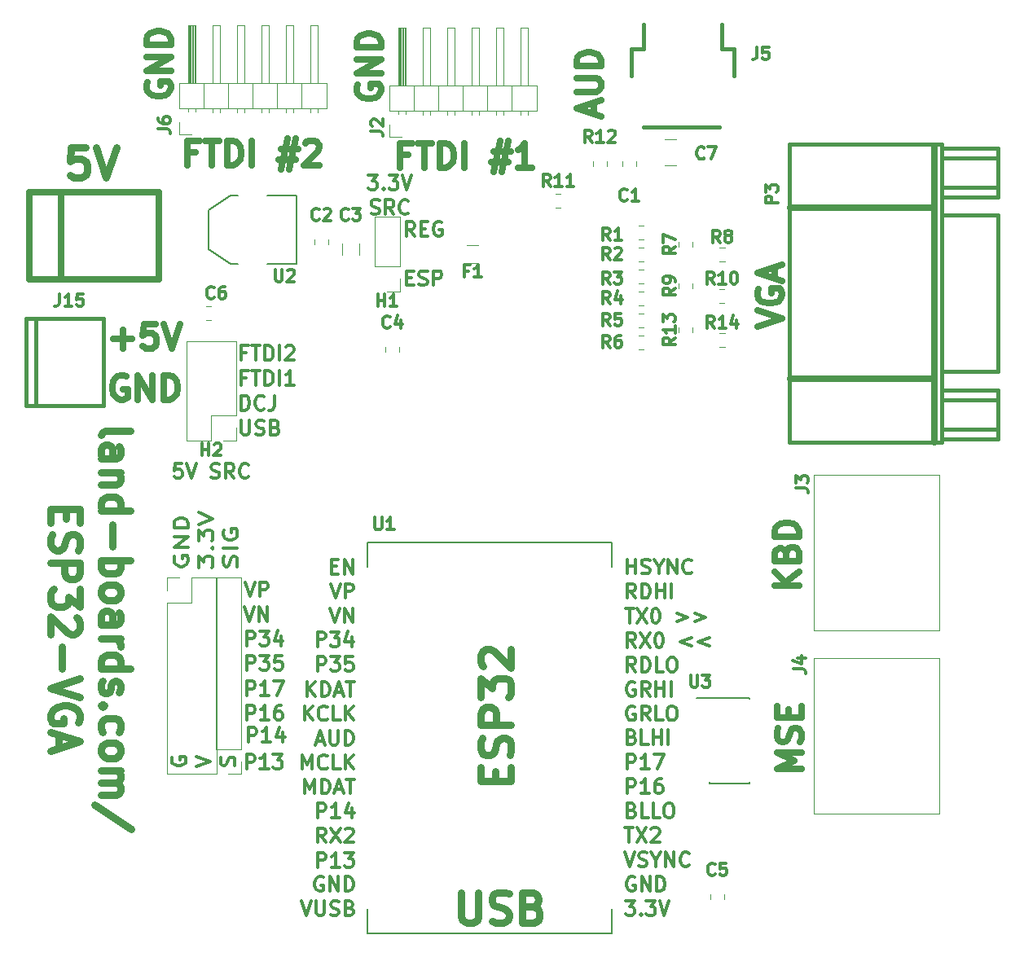
<source format=gbr>
G04 #@! TF.GenerationSoftware,KiCad,Pcbnew,(5.0.2)-1*
G04 #@! TF.CreationDate,2020-01-24T06:31:43-05:00*
G04 #@! TF.ProjectId,ESP32-VGA,45535033-322d-4564-9741-2e6b69636164,2*
G04 #@! TF.SameCoordinates,Original*
G04 #@! TF.FileFunction,Legend,Top*
G04 #@! TF.FilePolarity,Positive*
%FSLAX46Y46*%
G04 Gerber Fmt 4.6, Leading zero omitted, Abs format (unit mm)*
G04 Created by KiCad (PCBNEW (5.0.2)-1) date 1/24/2020 6:31:43 AM*
%MOMM*%
%LPD*%
G01*
G04 APERTURE LIST*
%ADD10C,0.300000*%
%ADD11C,0.635000*%
%ADD12C,0.793750*%
%ADD13C,0.750000*%
%ADD14C,0.120000*%
%ADD15C,0.203200*%
%ADD16C,0.381000*%
%ADD17C,0.150000*%
%ADD18C,0.650000*%
%ADD19C,0.317500*%
G04 APERTURE END LIST*
D10*
X40826428Y-99072000D02*
X40683571Y-99000571D01*
X40469285Y-99000571D01*
X40255000Y-99072000D01*
X40112142Y-99214857D01*
X40040714Y-99357714D01*
X39969285Y-99643428D01*
X39969285Y-99857714D01*
X40040714Y-100143428D01*
X40112142Y-100286285D01*
X40255000Y-100429142D01*
X40469285Y-100500571D01*
X40612142Y-100500571D01*
X40826428Y-100429142D01*
X40897857Y-100357714D01*
X40897857Y-99857714D01*
X40612142Y-99857714D01*
X41540714Y-100500571D02*
X41540714Y-99000571D01*
X42397857Y-100500571D01*
X42397857Y-99000571D01*
X43112142Y-100500571D02*
X43112142Y-99000571D01*
X43469285Y-99000571D01*
X43683571Y-99072000D01*
X43826428Y-99214857D01*
X43897857Y-99357714D01*
X43969285Y-99643428D01*
X43969285Y-99857714D01*
X43897857Y-100143428D01*
X43826428Y-100286285D01*
X43683571Y-100429142D01*
X43469285Y-100500571D01*
X43112142Y-100500571D01*
X32911742Y-80180571D02*
X32911742Y-78680571D01*
X33483171Y-78680571D01*
X33626028Y-78752000D01*
X33697457Y-78823428D01*
X33768885Y-78966285D01*
X33768885Y-79180571D01*
X33697457Y-79323428D01*
X33626028Y-79394857D01*
X33483171Y-79466285D01*
X32911742Y-79466285D01*
X35197457Y-80180571D02*
X34340314Y-80180571D01*
X34768885Y-80180571D02*
X34768885Y-78680571D01*
X34626028Y-78894857D01*
X34483171Y-79037714D01*
X34340314Y-79109142D01*
X35697457Y-78680571D02*
X36697457Y-78680571D01*
X36054600Y-80180571D01*
X32911742Y-82720571D02*
X32911742Y-81220571D01*
X33483171Y-81220571D01*
X33626028Y-81292000D01*
X33697457Y-81363428D01*
X33768885Y-81506285D01*
X33768885Y-81720571D01*
X33697457Y-81863428D01*
X33626028Y-81934857D01*
X33483171Y-82006285D01*
X32911742Y-82006285D01*
X35197457Y-82720571D02*
X34340314Y-82720571D01*
X34768885Y-82720571D02*
X34768885Y-81220571D01*
X34626028Y-81434857D01*
X34483171Y-81577714D01*
X34340314Y-81649142D01*
X36483171Y-81220571D02*
X36197457Y-81220571D01*
X36054600Y-81292000D01*
X35983171Y-81363428D01*
X35840314Y-81577714D01*
X35768885Y-81863428D01*
X35768885Y-82434857D01*
X35840314Y-82577714D01*
X35911742Y-82649142D01*
X36054600Y-82720571D01*
X36340314Y-82720571D01*
X36483171Y-82649142D01*
X36554600Y-82577714D01*
X36626028Y-82434857D01*
X36626028Y-82077714D01*
X36554600Y-81934857D01*
X36483171Y-81863428D01*
X36340314Y-81792000D01*
X36054600Y-81792000D01*
X35911742Y-81863428D01*
X35840314Y-81934857D01*
X35768885Y-82077714D01*
X33064142Y-85006571D02*
X33064142Y-83506571D01*
X33635571Y-83506571D01*
X33778428Y-83578000D01*
X33849857Y-83649428D01*
X33921285Y-83792285D01*
X33921285Y-84006571D01*
X33849857Y-84149428D01*
X33778428Y-84220857D01*
X33635571Y-84292285D01*
X33064142Y-84292285D01*
X35349857Y-85006571D02*
X34492714Y-85006571D01*
X34921285Y-85006571D02*
X34921285Y-83506571D01*
X34778428Y-83720857D01*
X34635571Y-83863714D01*
X34492714Y-83935142D01*
X36635571Y-84006571D02*
X36635571Y-85006571D01*
X36278428Y-83435142D02*
X35921285Y-84506571D01*
X36849857Y-84506571D01*
X32870142Y-87800571D02*
X32870142Y-86300571D01*
X33441571Y-86300571D01*
X33584428Y-86372000D01*
X33655857Y-86443428D01*
X33727285Y-86586285D01*
X33727285Y-86800571D01*
X33655857Y-86943428D01*
X33584428Y-87014857D01*
X33441571Y-87086285D01*
X32870142Y-87086285D01*
X35155857Y-87800571D02*
X34298714Y-87800571D01*
X34727285Y-87800571D02*
X34727285Y-86300571D01*
X34584428Y-86514857D01*
X34441571Y-86657714D01*
X34298714Y-86729142D01*
X35655857Y-86300571D02*
X36584428Y-86300571D01*
X36084428Y-86872000D01*
X36298714Y-86872000D01*
X36441571Y-86943428D01*
X36513000Y-87014857D01*
X36584428Y-87157714D01*
X36584428Y-87514857D01*
X36513000Y-87657714D01*
X36441571Y-87729142D01*
X36298714Y-87800571D01*
X35870142Y-87800571D01*
X35727285Y-87729142D01*
X35655857Y-87657714D01*
X50343714Y-32418571D02*
X49843714Y-31704285D01*
X49486571Y-32418571D02*
X49486571Y-30918571D01*
X50058000Y-30918571D01*
X50200857Y-30990000D01*
X50272285Y-31061428D01*
X50343714Y-31204285D01*
X50343714Y-31418571D01*
X50272285Y-31561428D01*
X50200857Y-31632857D01*
X50058000Y-31704285D01*
X49486571Y-31704285D01*
X50986571Y-31632857D02*
X51486571Y-31632857D01*
X51700857Y-32418571D02*
X50986571Y-32418571D01*
X50986571Y-30918571D01*
X51700857Y-30918571D01*
X53129428Y-30990000D02*
X52986571Y-30918571D01*
X52772285Y-30918571D01*
X52558000Y-30990000D01*
X52415142Y-31132857D01*
X52343714Y-31275714D01*
X52272285Y-31561428D01*
X52272285Y-31775714D01*
X52343714Y-32061428D01*
X52415142Y-32204285D01*
X52558000Y-32347142D01*
X52772285Y-32418571D01*
X52915142Y-32418571D01*
X53129428Y-32347142D01*
X53200857Y-32275714D01*
X53200857Y-31775714D01*
X52915142Y-31775714D01*
X49522285Y-36732857D02*
X50022285Y-36732857D01*
X50236571Y-37518571D02*
X49522285Y-37518571D01*
X49522285Y-36018571D01*
X50236571Y-36018571D01*
X50808000Y-37447142D02*
X51022285Y-37518571D01*
X51379428Y-37518571D01*
X51522285Y-37447142D01*
X51593714Y-37375714D01*
X51665142Y-37232857D01*
X51665142Y-37090000D01*
X51593714Y-36947142D01*
X51522285Y-36875714D01*
X51379428Y-36804285D01*
X51093714Y-36732857D01*
X50950857Y-36661428D01*
X50879428Y-36590000D01*
X50808000Y-36447142D01*
X50808000Y-36304285D01*
X50879428Y-36161428D01*
X50950857Y-36090000D01*
X51093714Y-36018571D01*
X51450857Y-36018571D01*
X51665142Y-36090000D01*
X52308000Y-37518571D02*
X52308000Y-36018571D01*
X52879428Y-36018571D01*
X53022285Y-36090000D01*
X53093714Y-36161428D01*
X53165142Y-36304285D01*
X53165142Y-36518571D01*
X53093714Y-36661428D01*
X53022285Y-36732857D01*
X52879428Y-36804285D01*
X52308000Y-36804285D01*
X45537714Y-26097571D02*
X46466285Y-26097571D01*
X45966285Y-26669000D01*
X46180571Y-26669000D01*
X46323428Y-26740428D01*
X46394857Y-26811857D01*
X46466285Y-26954714D01*
X46466285Y-27311857D01*
X46394857Y-27454714D01*
X46323428Y-27526142D01*
X46180571Y-27597571D01*
X45752000Y-27597571D01*
X45609142Y-27526142D01*
X45537714Y-27454714D01*
X47109142Y-27454714D02*
X47180571Y-27526142D01*
X47109142Y-27597571D01*
X47037714Y-27526142D01*
X47109142Y-27454714D01*
X47109142Y-27597571D01*
X47680571Y-26097571D02*
X48609142Y-26097571D01*
X48109142Y-26669000D01*
X48323428Y-26669000D01*
X48466285Y-26740428D01*
X48537714Y-26811857D01*
X48609142Y-26954714D01*
X48609142Y-27311857D01*
X48537714Y-27454714D01*
X48466285Y-27526142D01*
X48323428Y-27597571D01*
X47894857Y-27597571D01*
X47752000Y-27526142D01*
X47680571Y-27454714D01*
X49037714Y-26097571D02*
X49537714Y-27597571D01*
X50037714Y-26097571D01*
X45823428Y-30076142D02*
X46037714Y-30147571D01*
X46394857Y-30147571D01*
X46537714Y-30076142D01*
X46609142Y-30004714D01*
X46680571Y-29861857D01*
X46680571Y-29719000D01*
X46609142Y-29576142D01*
X46537714Y-29504714D01*
X46394857Y-29433285D01*
X46109142Y-29361857D01*
X45966285Y-29290428D01*
X45894857Y-29219000D01*
X45823428Y-29076142D01*
X45823428Y-28933285D01*
X45894857Y-28790428D01*
X45966285Y-28719000D01*
X46109142Y-28647571D01*
X46466285Y-28647571D01*
X46680571Y-28719000D01*
X48180571Y-30147571D02*
X47680571Y-29433285D01*
X47323428Y-30147571D02*
X47323428Y-28647571D01*
X47894857Y-28647571D01*
X48037714Y-28719000D01*
X48109142Y-28790428D01*
X48180571Y-28933285D01*
X48180571Y-29147571D01*
X48109142Y-29290428D01*
X48037714Y-29361857D01*
X47894857Y-29433285D01*
X47323428Y-29433285D01*
X49680571Y-30004714D02*
X49609142Y-30076142D01*
X49394857Y-30147571D01*
X49252000Y-30147571D01*
X49037714Y-30076142D01*
X48894857Y-29933285D01*
X48823428Y-29790428D01*
X48752000Y-29504714D01*
X48752000Y-29290428D01*
X48823428Y-29004714D01*
X48894857Y-28861857D01*
X49037714Y-28719000D01*
X49252000Y-28647571D01*
X49394857Y-28647571D01*
X49609142Y-28719000D01*
X49680571Y-28790428D01*
D11*
X44450000Y-16667238D02*
X44329047Y-16909142D01*
X44329047Y-17272000D01*
X44450000Y-17634857D01*
X44691904Y-17876761D01*
X44933809Y-17997714D01*
X45417619Y-18118666D01*
X45780476Y-18118666D01*
X46264285Y-17997714D01*
X46506190Y-17876761D01*
X46748095Y-17634857D01*
X46869047Y-17272000D01*
X46869047Y-17030095D01*
X46748095Y-16667238D01*
X46627142Y-16546285D01*
X45780476Y-16546285D01*
X45780476Y-17030095D01*
X46869047Y-15457714D02*
X44329047Y-15457714D01*
X46869047Y-14006285D01*
X44329047Y-14006285D01*
X46869047Y-12796761D02*
X44329047Y-12796761D01*
X44329047Y-12192000D01*
X44450000Y-11829142D01*
X44691904Y-11587238D01*
X44933809Y-11466285D01*
X45417619Y-11345333D01*
X45780476Y-11345333D01*
X46264285Y-11466285D01*
X46506190Y-11587238D01*
X46748095Y-11829142D01*
X46869047Y-12192000D01*
X46869047Y-12796761D01*
X22606000Y-16413238D02*
X22485047Y-16655142D01*
X22485047Y-17018000D01*
X22606000Y-17380857D01*
X22847904Y-17622761D01*
X23089809Y-17743714D01*
X23573619Y-17864666D01*
X23936476Y-17864666D01*
X24420285Y-17743714D01*
X24662190Y-17622761D01*
X24904095Y-17380857D01*
X25025047Y-17018000D01*
X25025047Y-16776095D01*
X24904095Y-16413238D01*
X24783142Y-16292285D01*
X23936476Y-16292285D01*
X23936476Y-16776095D01*
X25025047Y-15203714D02*
X22485047Y-15203714D01*
X25025047Y-13752285D01*
X22485047Y-13752285D01*
X25025047Y-12542761D02*
X22485047Y-12542761D01*
X22485047Y-11938000D01*
X22606000Y-11575142D01*
X22847904Y-11333238D01*
X23089809Y-11212285D01*
X23573619Y-11091333D01*
X23936476Y-11091333D01*
X24420285Y-11212285D01*
X24662190Y-11333238D01*
X24904095Y-11575142D01*
X25025047Y-11938000D01*
X25025047Y-12542761D01*
X69003333Y-19715238D02*
X69003333Y-18505714D01*
X69729047Y-19957142D02*
X67189047Y-19110476D01*
X69729047Y-18263809D01*
X67189047Y-17417142D02*
X69245238Y-17417142D01*
X69487142Y-17296190D01*
X69608095Y-17175238D01*
X69729047Y-16933333D01*
X69729047Y-16449523D01*
X69608095Y-16207619D01*
X69487142Y-16086666D01*
X69245238Y-15965714D01*
X67189047Y-15965714D01*
X69729047Y-14756190D02*
X67189047Y-14756190D01*
X67189047Y-14151428D01*
X67310000Y-13788571D01*
X67551904Y-13546666D01*
X67793809Y-13425714D01*
X68277619Y-13304761D01*
X68640476Y-13304761D01*
X69124285Y-13425714D01*
X69366190Y-13546666D01*
X69608095Y-13788571D01*
X69729047Y-14151428D01*
X69729047Y-14756190D01*
X19051511Y-43107428D02*
X20986750Y-43107428D01*
X20019130Y-44075047D02*
X20019130Y-42139809D01*
X23405797Y-41535047D02*
X22196273Y-41535047D01*
X22075321Y-42744571D01*
X22196273Y-42623619D01*
X22438178Y-42502666D01*
X23042940Y-42502666D01*
X23284845Y-42623619D01*
X23405797Y-42744571D01*
X23526750Y-42986476D01*
X23526750Y-43591238D01*
X23405797Y-43833142D01*
X23284845Y-43954095D01*
X23042940Y-44075047D01*
X22438178Y-44075047D01*
X22196273Y-43954095D01*
X22075321Y-43833142D01*
X24252464Y-41535047D02*
X25099130Y-44075047D01*
X25945797Y-41535047D01*
X20381988Y-46990000D02*
X20140083Y-46869047D01*
X19777226Y-46869047D01*
X19414369Y-46990000D01*
X19172464Y-47231904D01*
X19051511Y-47473809D01*
X18930559Y-47957619D01*
X18930559Y-48320476D01*
X19051511Y-48804285D01*
X19172464Y-49046190D01*
X19414369Y-49288095D01*
X19777226Y-49409047D01*
X20019130Y-49409047D01*
X20381988Y-49288095D01*
X20502940Y-49167142D01*
X20502940Y-48320476D01*
X20019130Y-48320476D01*
X21591511Y-49409047D02*
X21591511Y-46869047D01*
X23042940Y-49409047D01*
X23042940Y-46869047D01*
X24252464Y-49409047D02*
X24252464Y-46869047D01*
X24857226Y-46869047D01*
X25220083Y-46990000D01*
X25461988Y-47231904D01*
X25582940Y-47473809D01*
X25703892Y-47957619D01*
X25703892Y-48320476D01*
X25582940Y-48804285D01*
X25461988Y-49046190D01*
X25220083Y-49288095D01*
X24857226Y-49409047D01*
X24252464Y-49409047D01*
X90303047Y-68737238D02*
X87763047Y-68737238D01*
X90303047Y-67285809D02*
X88851619Y-68374380D01*
X87763047Y-67285809D02*
X89214476Y-68737238D01*
X88972571Y-65350571D02*
X89093523Y-64987714D01*
X89214476Y-64866761D01*
X89456380Y-64745809D01*
X89819238Y-64745809D01*
X90061142Y-64866761D01*
X90182095Y-64987714D01*
X90303047Y-65229619D01*
X90303047Y-66197238D01*
X87763047Y-66197238D01*
X87763047Y-65350571D01*
X87884000Y-65108666D01*
X88004952Y-64987714D01*
X88246857Y-64866761D01*
X88488761Y-64866761D01*
X88730666Y-64987714D01*
X88851619Y-65108666D01*
X88972571Y-65350571D01*
X88972571Y-66197238D01*
X90303047Y-63657238D02*
X87763047Y-63657238D01*
X87763047Y-63052476D01*
X87884000Y-62689619D01*
X88125904Y-62447714D01*
X88367809Y-62326761D01*
X88851619Y-62205809D01*
X89214476Y-62205809D01*
X89698285Y-62326761D01*
X89940190Y-62447714D01*
X90182095Y-62689619D01*
X90303047Y-63052476D01*
X90303047Y-63657238D01*
X90557047Y-87787238D02*
X88017047Y-87787238D01*
X89831333Y-86940571D01*
X88017047Y-86093904D01*
X90557047Y-86093904D01*
X90436095Y-85005333D02*
X90557047Y-84642476D01*
X90557047Y-84037714D01*
X90436095Y-83795809D01*
X90315142Y-83674857D01*
X90073238Y-83553904D01*
X89831333Y-83553904D01*
X89589428Y-83674857D01*
X89468476Y-83795809D01*
X89347523Y-84037714D01*
X89226571Y-84521523D01*
X89105619Y-84763428D01*
X88984666Y-84884380D01*
X88742761Y-85005333D01*
X88500857Y-85005333D01*
X88258952Y-84884380D01*
X88138000Y-84763428D01*
X88017047Y-84521523D01*
X88017047Y-83916761D01*
X88138000Y-83553904D01*
X89226571Y-82465333D02*
X89226571Y-81618666D01*
X90557047Y-81255809D02*
X90557047Y-82465333D01*
X88017047Y-82465333D01*
X88017047Y-81255809D01*
D10*
X25402000Y-65663571D02*
X25330571Y-65845000D01*
X25330571Y-66117142D01*
X25402000Y-66389285D01*
X25544857Y-66570714D01*
X25687714Y-66661428D01*
X25973428Y-66752142D01*
X26187714Y-66752142D01*
X26473428Y-66661428D01*
X26616285Y-66570714D01*
X26759142Y-66389285D01*
X26830571Y-66117142D01*
X26830571Y-65935714D01*
X26759142Y-65663571D01*
X26687714Y-65572857D01*
X26187714Y-65572857D01*
X26187714Y-65935714D01*
X26830571Y-64756428D02*
X25330571Y-64756428D01*
X26830571Y-63667857D01*
X25330571Y-63667857D01*
X26830571Y-62760714D02*
X25330571Y-62760714D01*
X25330571Y-62307142D01*
X25402000Y-62035000D01*
X25544857Y-61853571D01*
X25687714Y-61762857D01*
X25973428Y-61672142D01*
X26187714Y-61672142D01*
X26473428Y-61762857D01*
X26616285Y-61853571D01*
X26759142Y-62035000D01*
X26830571Y-62307142D01*
X26830571Y-62760714D01*
X27880571Y-66842857D02*
X27880571Y-65663571D01*
X28452000Y-66298571D01*
X28452000Y-66026428D01*
X28523428Y-65845000D01*
X28594857Y-65754285D01*
X28737714Y-65663571D01*
X29094857Y-65663571D01*
X29237714Y-65754285D01*
X29309142Y-65845000D01*
X29380571Y-66026428D01*
X29380571Y-66570714D01*
X29309142Y-66752142D01*
X29237714Y-66842857D01*
X29237714Y-64847142D02*
X29309142Y-64756428D01*
X29380571Y-64847142D01*
X29309142Y-64937857D01*
X29237714Y-64847142D01*
X29380571Y-64847142D01*
X27880571Y-64121428D02*
X27880571Y-62942142D01*
X28452000Y-63577142D01*
X28452000Y-63305000D01*
X28523428Y-63123571D01*
X28594857Y-63032857D01*
X28737714Y-62942142D01*
X29094857Y-62942142D01*
X29237714Y-63032857D01*
X29309142Y-63123571D01*
X29380571Y-63305000D01*
X29380571Y-63849285D01*
X29309142Y-64030714D01*
X29237714Y-64121428D01*
X27880571Y-62397857D02*
X29380571Y-61762857D01*
X27880571Y-61127857D01*
X31859142Y-66752142D02*
X31930571Y-66480000D01*
X31930571Y-66026428D01*
X31859142Y-65845000D01*
X31787714Y-65754285D01*
X31644857Y-65663571D01*
X31502000Y-65663571D01*
X31359142Y-65754285D01*
X31287714Y-65845000D01*
X31216285Y-66026428D01*
X31144857Y-66389285D01*
X31073428Y-66570714D01*
X31002000Y-66661428D01*
X30859142Y-66752142D01*
X30716285Y-66752142D01*
X30573428Y-66661428D01*
X30502000Y-66570714D01*
X30430571Y-66389285D01*
X30430571Y-65935714D01*
X30502000Y-65663571D01*
X31930571Y-64847142D02*
X30430571Y-64847142D01*
X30502000Y-62942142D02*
X30430571Y-63123571D01*
X30430571Y-63395714D01*
X30502000Y-63667857D01*
X30644857Y-63849285D01*
X30787714Y-63940000D01*
X31073428Y-64030714D01*
X31287714Y-64030714D01*
X31573428Y-63940000D01*
X31716285Y-63849285D01*
X31859142Y-63667857D01*
X31930571Y-63395714D01*
X31930571Y-63214285D01*
X31859142Y-62942142D01*
X31787714Y-62851428D01*
X31287714Y-62851428D01*
X31287714Y-63214285D01*
D11*
X27601333Y-23694571D02*
X26754666Y-23694571D01*
X26754666Y-25025047D02*
X26754666Y-22485047D01*
X27964190Y-22485047D01*
X28568952Y-22485047D02*
X30020380Y-22485047D01*
X29294666Y-25025047D02*
X29294666Y-22485047D01*
X30867047Y-25025047D02*
X30867047Y-22485047D01*
X31471809Y-22485047D01*
X31834666Y-22606000D01*
X32076571Y-22847904D01*
X32197523Y-23089809D01*
X32318476Y-23573619D01*
X32318476Y-23936476D01*
X32197523Y-24420285D01*
X32076571Y-24662190D01*
X31834666Y-24904095D01*
X31471809Y-25025047D01*
X30867047Y-25025047D01*
X33407047Y-25025047D02*
X33407047Y-22485047D01*
X36430857Y-23331714D02*
X38245142Y-23331714D01*
X37156571Y-22243142D02*
X36430857Y-25508857D01*
X38003238Y-24420285D02*
X36188952Y-24420285D01*
X37277523Y-25508857D02*
X38003238Y-22243142D01*
X38970857Y-22726952D02*
X39091809Y-22606000D01*
X39333714Y-22485047D01*
X39938476Y-22485047D01*
X40180380Y-22606000D01*
X40301333Y-22726952D01*
X40422285Y-22968857D01*
X40422285Y-23210761D01*
X40301333Y-23573619D01*
X38849904Y-25025047D01*
X40422285Y-25025047D01*
D10*
X32748257Y-68368171D02*
X33248257Y-69868171D01*
X33748257Y-68368171D01*
X34248257Y-69868171D02*
X34248257Y-68368171D01*
X34819685Y-68368171D01*
X34962542Y-68439600D01*
X35033971Y-68511028D01*
X35105400Y-68653885D01*
X35105400Y-68868171D01*
X35033971Y-69011028D01*
X34962542Y-69082457D01*
X34819685Y-69153885D01*
X34248257Y-69153885D01*
X32886342Y-74973571D02*
X32886342Y-73473571D01*
X33457771Y-73473571D01*
X33600628Y-73545000D01*
X33672057Y-73616428D01*
X33743485Y-73759285D01*
X33743485Y-73973571D01*
X33672057Y-74116428D01*
X33600628Y-74187857D01*
X33457771Y-74259285D01*
X32886342Y-74259285D01*
X34243485Y-73473571D02*
X35172057Y-73473571D01*
X34672057Y-74045000D01*
X34886342Y-74045000D01*
X35029200Y-74116428D01*
X35100628Y-74187857D01*
X35172057Y-74330714D01*
X35172057Y-74687857D01*
X35100628Y-74830714D01*
X35029200Y-74902142D01*
X34886342Y-74973571D01*
X34457771Y-74973571D01*
X34314914Y-74902142D01*
X34243485Y-74830714D01*
X36457771Y-73973571D02*
X36457771Y-74973571D01*
X36100628Y-73402142D02*
X35743485Y-74473571D01*
X36672057Y-74473571D01*
X32672057Y-70933571D02*
X33172057Y-72433571D01*
X33672057Y-70933571D01*
X34172057Y-72433571D02*
X34172057Y-70933571D01*
X35029200Y-72433571D01*
X35029200Y-70933571D01*
X32911742Y-77513571D02*
X32911742Y-76013571D01*
X33483171Y-76013571D01*
X33626028Y-76085000D01*
X33697457Y-76156428D01*
X33768885Y-76299285D01*
X33768885Y-76513571D01*
X33697457Y-76656428D01*
X33626028Y-76727857D01*
X33483171Y-76799285D01*
X32911742Y-76799285D01*
X34268885Y-76013571D02*
X35197457Y-76013571D01*
X34697457Y-76585000D01*
X34911742Y-76585000D01*
X35054600Y-76656428D01*
X35126028Y-76727857D01*
X35197457Y-76870714D01*
X35197457Y-77227857D01*
X35126028Y-77370714D01*
X35054600Y-77442142D01*
X34911742Y-77513571D01*
X34483171Y-77513571D01*
X34340314Y-77442142D01*
X34268885Y-77370714D01*
X36554600Y-76013571D02*
X35840314Y-76013571D01*
X35768885Y-76727857D01*
X35840314Y-76656428D01*
X35983171Y-76585000D01*
X36340314Y-76585000D01*
X36483171Y-76656428D01*
X36554600Y-76727857D01*
X36626028Y-76870714D01*
X36626028Y-77227857D01*
X36554600Y-77370714D01*
X36483171Y-77442142D01*
X36340314Y-77513571D01*
X35983171Y-77513571D01*
X35840314Y-77442142D01*
X35768885Y-77370714D01*
X38612142Y-101540571D02*
X39112142Y-103040571D01*
X39612142Y-101540571D01*
X40112142Y-101540571D02*
X40112142Y-102754857D01*
X40183571Y-102897714D01*
X40255000Y-102969142D01*
X40397857Y-103040571D01*
X40683571Y-103040571D01*
X40826428Y-102969142D01*
X40897857Y-102897714D01*
X40969285Y-102754857D01*
X40969285Y-101540571D01*
X41612142Y-102969142D02*
X41826428Y-103040571D01*
X42183571Y-103040571D01*
X42326428Y-102969142D01*
X42397857Y-102897714D01*
X42469285Y-102754857D01*
X42469285Y-102612000D01*
X42397857Y-102469142D01*
X42326428Y-102397714D01*
X42183571Y-102326285D01*
X41897857Y-102254857D01*
X41755000Y-102183428D01*
X41683571Y-102112000D01*
X41612142Y-101969142D01*
X41612142Y-101826285D01*
X41683571Y-101683428D01*
X41755000Y-101612000D01*
X41897857Y-101540571D01*
X42255000Y-101540571D01*
X42469285Y-101612000D01*
X43612142Y-102254857D02*
X43826428Y-102326285D01*
X43897857Y-102397714D01*
X43969285Y-102540571D01*
X43969285Y-102754857D01*
X43897857Y-102897714D01*
X43826428Y-102969142D01*
X43683571Y-103040571D01*
X43112142Y-103040571D01*
X43112142Y-101540571D01*
X43612142Y-101540571D01*
X43755000Y-101612000D01*
X43826428Y-101683428D01*
X43897857Y-101826285D01*
X43897857Y-101969142D01*
X43826428Y-102112000D01*
X43755000Y-102183428D01*
X43612142Y-102254857D01*
X43112142Y-102254857D01*
X32815857Y-44526142D02*
X32307857Y-44526142D01*
X32307857Y-45324428D02*
X32307857Y-43800428D01*
X33033571Y-43800428D01*
X33396428Y-43800428D02*
X34267285Y-43800428D01*
X33831857Y-45324428D02*
X33831857Y-43800428D01*
X34775285Y-45324428D02*
X34775285Y-43800428D01*
X35138142Y-43800428D01*
X35355857Y-43873000D01*
X35501000Y-44018142D01*
X35573571Y-44163285D01*
X35646142Y-44453571D01*
X35646142Y-44671285D01*
X35573571Y-44961571D01*
X35501000Y-45106714D01*
X35355857Y-45251857D01*
X35138142Y-45324428D01*
X34775285Y-45324428D01*
X36299285Y-45324428D02*
X36299285Y-43800428D01*
X36952428Y-43945571D02*
X37025000Y-43873000D01*
X37170142Y-43800428D01*
X37533000Y-43800428D01*
X37678142Y-43873000D01*
X37750714Y-43945571D01*
X37823285Y-44090714D01*
X37823285Y-44235857D01*
X37750714Y-44453571D01*
X36879857Y-45324428D01*
X37823285Y-45324428D01*
X32815857Y-47112142D02*
X32307857Y-47112142D01*
X32307857Y-47910428D02*
X32307857Y-46386428D01*
X33033571Y-46386428D01*
X33396428Y-46386428D02*
X34267285Y-46386428D01*
X33831857Y-47910428D02*
X33831857Y-46386428D01*
X34775285Y-47910428D02*
X34775285Y-46386428D01*
X35138142Y-46386428D01*
X35355857Y-46459000D01*
X35501000Y-46604142D01*
X35573571Y-46749285D01*
X35646142Y-47039571D01*
X35646142Y-47257285D01*
X35573571Y-47547571D01*
X35501000Y-47692714D01*
X35355857Y-47837857D01*
X35138142Y-47910428D01*
X34775285Y-47910428D01*
X36299285Y-47910428D02*
X36299285Y-46386428D01*
X37823285Y-47910428D02*
X36952428Y-47910428D01*
X37387857Y-47910428D02*
X37387857Y-46386428D01*
X37242714Y-46604142D01*
X37097571Y-46749285D01*
X36952428Y-46821857D01*
X32307857Y-50496428D02*
X32307857Y-48972428D01*
X32670714Y-48972428D01*
X32888428Y-49045000D01*
X33033571Y-49190142D01*
X33106142Y-49335285D01*
X33178714Y-49625571D01*
X33178714Y-49843285D01*
X33106142Y-50133571D01*
X33033571Y-50278714D01*
X32888428Y-50423857D01*
X32670714Y-50496428D01*
X32307857Y-50496428D01*
X34702714Y-50351285D02*
X34630142Y-50423857D01*
X34412428Y-50496428D01*
X34267285Y-50496428D01*
X34049571Y-50423857D01*
X33904428Y-50278714D01*
X33831857Y-50133571D01*
X33759285Y-49843285D01*
X33759285Y-49625571D01*
X33831857Y-49335285D01*
X33904428Y-49190142D01*
X34049571Y-49045000D01*
X34267285Y-48972428D01*
X34412428Y-48972428D01*
X34630142Y-49045000D01*
X34702714Y-49117571D01*
X35791285Y-48972428D02*
X35791285Y-50061000D01*
X35718714Y-50278714D01*
X35573571Y-50423857D01*
X35355857Y-50496428D01*
X35210714Y-50496428D01*
X32307857Y-51558428D02*
X32307857Y-52792142D01*
X32380428Y-52937285D01*
X32453000Y-53009857D01*
X32598142Y-53082428D01*
X32888428Y-53082428D01*
X33033571Y-53009857D01*
X33106142Y-52937285D01*
X33178714Y-52792142D01*
X33178714Y-51558428D01*
X33831857Y-53009857D02*
X34049571Y-53082428D01*
X34412428Y-53082428D01*
X34557571Y-53009857D01*
X34630142Y-52937285D01*
X34702714Y-52792142D01*
X34702714Y-52647000D01*
X34630142Y-52501857D01*
X34557571Y-52429285D01*
X34412428Y-52356714D01*
X34122142Y-52284142D01*
X33977000Y-52211571D01*
X33904428Y-52139000D01*
X33831857Y-51993857D01*
X33831857Y-51848714D01*
X33904428Y-51703571D01*
X33977000Y-51631000D01*
X34122142Y-51558428D01*
X34485000Y-51558428D01*
X34702714Y-51631000D01*
X35863857Y-52284142D02*
X36081571Y-52356714D01*
X36154142Y-52429285D01*
X36226714Y-52574428D01*
X36226714Y-52792142D01*
X36154142Y-52937285D01*
X36081571Y-53009857D01*
X35936428Y-53082428D01*
X35355857Y-53082428D01*
X35355857Y-51558428D01*
X35863857Y-51558428D01*
X36009000Y-51631000D01*
X36081571Y-51703571D01*
X36154142Y-51848714D01*
X36154142Y-51993857D01*
X36081571Y-52139000D01*
X36009000Y-52211571D01*
X35863857Y-52284142D01*
X35355857Y-52284142D01*
X26138571Y-56074571D02*
X25424285Y-56074571D01*
X25352857Y-56788857D01*
X25424285Y-56717428D01*
X25567142Y-56646000D01*
X25924285Y-56646000D01*
X26067142Y-56717428D01*
X26138571Y-56788857D01*
X26210000Y-56931714D01*
X26210000Y-57288857D01*
X26138571Y-57431714D01*
X26067142Y-57503142D01*
X25924285Y-57574571D01*
X25567142Y-57574571D01*
X25424285Y-57503142D01*
X25352857Y-57431714D01*
X26638571Y-56074571D02*
X27138571Y-57574571D01*
X27638571Y-56074571D01*
X29210000Y-57503142D02*
X29424285Y-57574571D01*
X29781428Y-57574571D01*
X29924285Y-57503142D01*
X29995714Y-57431714D01*
X30067142Y-57288857D01*
X30067142Y-57146000D01*
X29995714Y-57003142D01*
X29924285Y-56931714D01*
X29781428Y-56860285D01*
X29495714Y-56788857D01*
X29352857Y-56717428D01*
X29281428Y-56646000D01*
X29210000Y-56503142D01*
X29210000Y-56360285D01*
X29281428Y-56217428D01*
X29352857Y-56146000D01*
X29495714Y-56074571D01*
X29852857Y-56074571D01*
X30067142Y-56146000D01*
X31567142Y-57574571D02*
X31067142Y-56860285D01*
X30710000Y-57574571D02*
X30710000Y-56074571D01*
X31281428Y-56074571D01*
X31424285Y-56146000D01*
X31495714Y-56217428D01*
X31567142Y-56360285D01*
X31567142Y-56574571D01*
X31495714Y-56717428D01*
X31424285Y-56788857D01*
X31281428Y-56860285D01*
X30710000Y-56860285D01*
X33067142Y-57431714D02*
X32995714Y-57503142D01*
X32781428Y-57574571D01*
X32638571Y-57574571D01*
X32424285Y-57503142D01*
X32281428Y-57360285D01*
X32210000Y-57217428D01*
X32138571Y-56931714D01*
X32138571Y-56717428D01*
X32210000Y-56431714D01*
X32281428Y-56288857D01*
X32424285Y-56146000D01*
X32638571Y-56074571D01*
X32781428Y-56074571D01*
X32995714Y-56146000D01*
X33067142Y-56217428D01*
X41683571Y-66745657D02*
X42183571Y-66745657D01*
X42397857Y-67531371D02*
X41683571Y-67531371D01*
X41683571Y-66031371D01*
X42397857Y-66031371D01*
X43040714Y-67531371D02*
X43040714Y-66031371D01*
X43897857Y-67531371D01*
X43897857Y-66031371D01*
X41612142Y-68545971D02*
X42112142Y-70045971D01*
X42612142Y-68545971D01*
X43112142Y-70045971D02*
X43112142Y-68545971D01*
X43683571Y-68545971D01*
X43826428Y-68617400D01*
X43897857Y-68688828D01*
X43969285Y-68831685D01*
X43969285Y-69045971D01*
X43897857Y-69188828D01*
X43826428Y-69260257D01*
X43683571Y-69331685D01*
X43112142Y-69331685D01*
X41540714Y-71085971D02*
X42040714Y-72585971D01*
X42540714Y-71085971D01*
X43040714Y-72585971D02*
X43040714Y-71085971D01*
X43897857Y-72585971D01*
X43897857Y-71085971D01*
X31595142Y-87423571D02*
X31666571Y-87209285D01*
X31666571Y-86852142D01*
X31595142Y-86709285D01*
X31523714Y-86637857D01*
X31380857Y-86566428D01*
X31238000Y-86566428D01*
X31095142Y-86637857D01*
X31023714Y-86709285D01*
X30952285Y-86852142D01*
X30880857Y-87137857D01*
X30809428Y-87280714D01*
X30738000Y-87352142D01*
X30595142Y-87423571D01*
X30452285Y-87423571D01*
X30309428Y-87352142D01*
X30238000Y-87280714D01*
X30166571Y-87137857D01*
X30166571Y-86780714D01*
X30238000Y-86566428D01*
X25158000Y-86602142D02*
X25086571Y-86745000D01*
X25086571Y-86959285D01*
X25158000Y-87173571D01*
X25300857Y-87316428D01*
X25443714Y-87387857D01*
X25729428Y-87459285D01*
X25943714Y-87459285D01*
X26229428Y-87387857D01*
X26372285Y-87316428D01*
X26515142Y-87173571D01*
X26586571Y-86959285D01*
X26586571Y-86816428D01*
X26515142Y-86602142D01*
X26443714Y-86530714D01*
X25943714Y-86530714D01*
X25943714Y-86816428D01*
X27626571Y-87495000D02*
X29126571Y-86995000D01*
X27626571Y-86495000D01*
X40255000Y-98011371D02*
X40255000Y-96511371D01*
X40826428Y-96511371D01*
X40969285Y-96582800D01*
X41040714Y-96654228D01*
X41112142Y-96797085D01*
X41112142Y-97011371D01*
X41040714Y-97154228D01*
X40969285Y-97225657D01*
X40826428Y-97297085D01*
X40255000Y-97297085D01*
X42540714Y-98011371D02*
X41683571Y-98011371D01*
X42112142Y-98011371D02*
X42112142Y-96511371D01*
X41969285Y-96725657D01*
X41826428Y-96868514D01*
X41683571Y-96939942D01*
X43040714Y-96511371D02*
X43969285Y-96511371D01*
X43469285Y-97082800D01*
X43683571Y-97082800D01*
X43826428Y-97154228D01*
X43897857Y-97225657D01*
X43969285Y-97368514D01*
X43969285Y-97725657D01*
X43897857Y-97868514D01*
X43826428Y-97939942D01*
X43683571Y-98011371D01*
X43255000Y-98011371D01*
X43112142Y-97939942D01*
X43040714Y-97868514D01*
X41112142Y-95445971D02*
X40612142Y-94731685D01*
X40255000Y-95445971D02*
X40255000Y-93945971D01*
X40826428Y-93945971D01*
X40969285Y-94017400D01*
X41040714Y-94088828D01*
X41112142Y-94231685D01*
X41112142Y-94445971D01*
X41040714Y-94588828D01*
X40969285Y-94660257D01*
X40826428Y-94731685D01*
X40255000Y-94731685D01*
X41612142Y-93945971D02*
X42612142Y-95445971D01*
X42612142Y-93945971D02*
X41612142Y-95445971D01*
X43112142Y-94088828D02*
X43183571Y-94017400D01*
X43326428Y-93945971D01*
X43683571Y-93945971D01*
X43826428Y-94017400D01*
X43897857Y-94088828D01*
X43969285Y-94231685D01*
X43969285Y-94374542D01*
X43897857Y-94588828D01*
X43040714Y-95445971D01*
X43969285Y-95445971D01*
X40255000Y-92880571D02*
X40255000Y-91380571D01*
X40826428Y-91380571D01*
X40969285Y-91452000D01*
X41040714Y-91523428D01*
X41112142Y-91666285D01*
X41112142Y-91880571D01*
X41040714Y-92023428D01*
X40969285Y-92094857D01*
X40826428Y-92166285D01*
X40255000Y-92166285D01*
X42540714Y-92880571D02*
X41683571Y-92880571D01*
X42112142Y-92880571D02*
X42112142Y-91380571D01*
X41969285Y-91594857D01*
X41826428Y-91737714D01*
X41683571Y-91809142D01*
X43826428Y-91880571D02*
X43826428Y-92880571D01*
X43469285Y-91309142D02*
X43112142Y-92380571D01*
X44040714Y-92380571D01*
X38943885Y-90365971D02*
X38943885Y-88865971D01*
X39443885Y-89937400D01*
X39943885Y-88865971D01*
X39943885Y-90365971D01*
X40658171Y-90365971D02*
X40658171Y-88865971D01*
X41015314Y-88865971D01*
X41229600Y-88937400D01*
X41372457Y-89080257D01*
X41443885Y-89223114D01*
X41515314Y-89508828D01*
X41515314Y-89723114D01*
X41443885Y-90008828D01*
X41372457Y-90151685D01*
X41229600Y-90294542D01*
X41015314Y-90365971D01*
X40658171Y-90365971D01*
X42086742Y-89937400D02*
X42801028Y-89937400D01*
X41943885Y-90365971D02*
X42443885Y-88865971D01*
X42943885Y-90365971D01*
X43229600Y-88865971D02*
X44086742Y-88865971D01*
X43658171Y-90365971D02*
X43658171Y-88865971D01*
X38683571Y-87825971D02*
X38683571Y-86325971D01*
X39183571Y-87397400D01*
X39683571Y-86325971D01*
X39683571Y-87825971D01*
X41254999Y-87683114D02*
X41183571Y-87754542D01*
X40969285Y-87825971D01*
X40826428Y-87825971D01*
X40612142Y-87754542D01*
X40469285Y-87611685D01*
X40397857Y-87468828D01*
X40326428Y-87183114D01*
X40326428Y-86968828D01*
X40397857Y-86683114D01*
X40469285Y-86540257D01*
X40612142Y-86397400D01*
X40826428Y-86325971D01*
X40969285Y-86325971D01*
X41183571Y-86397400D01*
X41254999Y-86468828D01*
X42612142Y-87825971D02*
X41897857Y-87825971D01*
X41897857Y-86325971D01*
X43112142Y-87825971D02*
X43112142Y-86325971D01*
X43969285Y-87825971D02*
X43326428Y-86968828D01*
X43969285Y-86325971D02*
X43112142Y-87183114D01*
X40183571Y-84882800D02*
X40897857Y-84882800D01*
X40040714Y-85311371D02*
X40540714Y-83811371D01*
X41040714Y-85311371D01*
X41540714Y-83811371D02*
X41540714Y-85025657D01*
X41612142Y-85168514D01*
X41683571Y-85239942D01*
X41826428Y-85311371D01*
X42112142Y-85311371D01*
X42255000Y-85239942D01*
X42326428Y-85168514D01*
X42397857Y-85025657D01*
X42397857Y-83811371D01*
X43112142Y-85311371D02*
X43112142Y-83811371D01*
X43469285Y-83811371D01*
X43683571Y-83882800D01*
X43826428Y-84025657D01*
X43897857Y-84168514D01*
X43969285Y-84454228D01*
X43969285Y-84668514D01*
X43897857Y-84954228D01*
X43826428Y-85097085D01*
X43683571Y-85239942D01*
X43469285Y-85311371D01*
X43112142Y-85311371D01*
X38897857Y-82745971D02*
X38897857Y-81245971D01*
X39755000Y-82745971D02*
X39112142Y-81888828D01*
X39755000Y-81245971D02*
X38897857Y-82103114D01*
X41255000Y-82603114D02*
X41183571Y-82674542D01*
X40969285Y-82745971D01*
X40826428Y-82745971D01*
X40612142Y-82674542D01*
X40469285Y-82531685D01*
X40397857Y-82388828D01*
X40326428Y-82103114D01*
X40326428Y-81888828D01*
X40397857Y-81603114D01*
X40469285Y-81460257D01*
X40612142Y-81317400D01*
X40826428Y-81245971D01*
X40969285Y-81245971D01*
X41183571Y-81317400D01*
X41255000Y-81388828D01*
X42612142Y-82745971D02*
X41897857Y-82745971D01*
X41897857Y-81245971D01*
X43112142Y-82745971D02*
X43112142Y-81245971D01*
X43969285Y-82745971D02*
X43326428Y-81888828D01*
X43969285Y-81245971D02*
X43112142Y-82103114D01*
X39158171Y-80256771D02*
X39158171Y-78756771D01*
X40015314Y-80256771D02*
X39372457Y-79399628D01*
X40015314Y-78756771D02*
X39158171Y-79613914D01*
X40658171Y-80256771D02*
X40658171Y-78756771D01*
X41015314Y-78756771D01*
X41229600Y-78828200D01*
X41372457Y-78971057D01*
X41443885Y-79113914D01*
X41515314Y-79399628D01*
X41515314Y-79613914D01*
X41443885Y-79899628D01*
X41372457Y-80042485D01*
X41229600Y-80185342D01*
X41015314Y-80256771D01*
X40658171Y-80256771D01*
X42086742Y-79828200D02*
X42801028Y-79828200D01*
X41943885Y-80256771D02*
X42443885Y-78756771D01*
X42943885Y-80256771D01*
X43229600Y-78756771D02*
X44086742Y-78756771D01*
X43658171Y-80256771D02*
X43658171Y-78756771D01*
X40255000Y-77640571D02*
X40255000Y-76140571D01*
X40826428Y-76140571D01*
X40969285Y-76212000D01*
X41040714Y-76283428D01*
X41112142Y-76426285D01*
X41112142Y-76640571D01*
X41040714Y-76783428D01*
X40969285Y-76854857D01*
X40826428Y-76926285D01*
X40255000Y-76926285D01*
X41612142Y-76140571D02*
X42540714Y-76140571D01*
X42040714Y-76712000D01*
X42255000Y-76712000D01*
X42397857Y-76783428D01*
X42469285Y-76854857D01*
X42540714Y-76997714D01*
X42540714Y-77354857D01*
X42469285Y-77497714D01*
X42397857Y-77569142D01*
X42255000Y-77640571D01*
X41826428Y-77640571D01*
X41683571Y-77569142D01*
X41612142Y-77497714D01*
X43897857Y-76140571D02*
X43183571Y-76140571D01*
X43112142Y-76854857D01*
X43183571Y-76783428D01*
X43326428Y-76712000D01*
X43683571Y-76712000D01*
X43826428Y-76783428D01*
X43897857Y-76854857D01*
X43969285Y-76997714D01*
X43969285Y-77354857D01*
X43897857Y-77497714D01*
X43826428Y-77569142D01*
X43683571Y-77640571D01*
X43326428Y-77640571D01*
X43183571Y-77569142D01*
X43112142Y-77497714D01*
X40229600Y-75049771D02*
X40229600Y-73549771D01*
X40801028Y-73549771D01*
X40943885Y-73621200D01*
X41015314Y-73692628D01*
X41086742Y-73835485D01*
X41086742Y-74049771D01*
X41015314Y-74192628D01*
X40943885Y-74264057D01*
X40801028Y-74335485D01*
X40229600Y-74335485D01*
X41586742Y-73549771D02*
X42515314Y-73549771D01*
X42015314Y-74121200D01*
X42229600Y-74121200D01*
X42372457Y-74192628D01*
X42443885Y-74264057D01*
X42515314Y-74406914D01*
X42515314Y-74764057D01*
X42443885Y-74906914D01*
X42372457Y-74978342D01*
X42229600Y-75049771D01*
X41801028Y-75049771D01*
X41658171Y-74978342D01*
X41586742Y-74906914D01*
X43801028Y-74049771D02*
X43801028Y-75049771D01*
X43443885Y-73478342D02*
X43086742Y-74549771D01*
X44015314Y-74549771D01*
X72219857Y-96460571D02*
X72719857Y-97960571D01*
X73219857Y-96460571D01*
X73648428Y-97889142D02*
X73862714Y-97960571D01*
X74219857Y-97960571D01*
X74362714Y-97889142D01*
X74434142Y-97817714D01*
X74505571Y-97674857D01*
X74505571Y-97532000D01*
X74434142Y-97389142D01*
X74362714Y-97317714D01*
X74219857Y-97246285D01*
X73934142Y-97174857D01*
X73791285Y-97103428D01*
X73719857Y-97032000D01*
X73648428Y-96889142D01*
X73648428Y-96746285D01*
X73719857Y-96603428D01*
X73791285Y-96532000D01*
X73934142Y-96460571D01*
X74291285Y-96460571D01*
X74505571Y-96532000D01*
X75434142Y-97246285D02*
X75434142Y-97960571D01*
X74934142Y-96460571D02*
X75434142Y-97246285D01*
X75934142Y-96460571D01*
X76434142Y-97960571D02*
X76434142Y-96460571D01*
X77291285Y-97960571D01*
X77291285Y-96460571D01*
X78862714Y-97817714D02*
X78791285Y-97889142D01*
X78577000Y-97960571D01*
X78434142Y-97960571D01*
X78219857Y-97889142D01*
X78077000Y-97746285D01*
X78005571Y-97603428D01*
X77934142Y-97317714D01*
X77934142Y-97103428D01*
X78005571Y-96817714D01*
X78077000Y-96674857D01*
X78219857Y-96532000D01*
X78434142Y-96460571D01*
X78577000Y-96460571D01*
X78791285Y-96532000D01*
X78862714Y-96603428D01*
X72219857Y-93920571D02*
X73077000Y-93920571D01*
X72648428Y-95420571D02*
X72648428Y-93920571D01*
X73434142Y-93920571D02*
X74434142Y-95420571D01*
X74434142Y-93920571D02*
X73434142Y-95420571D01*
X74934142Y-94063428D02*
X75005571Y-93992000D01*
X75148428Y-93920571D01*
X75505571Y-93920571D01*
X75648428Y-93992000D01*
X75719857Y-94063428D01*
X75791285Y-94206285D01*
X75791285Y-94349142D01*
X75719857Y-94563428D01*
X74862714Y-95420571D01*
X75791285Y-95420571D01*
X72934142Y-92094857D02*
X73148428Y-92166285D01*
X73219857Y-92237714D01*
X73291285Y-92380571D01*
X73291285Y-92594857D01*
X73219857Y-92737714D01*
X73148428Y-92809142D01*
X73005571Y-92880571D01*
X72434142Y-92880571D01*
X72434142Y-91380571D01*
X72934142Y-91380571D01*
X73077000Y-91452000D01*
X73148428Y-91523428D01*
X73219857Y-91666285D01*
X73219857Y-91809142D01*
X73148428Y-91952000D01*
X73077000Y-92023428D01*
X72934142Y-92094857D01*
X72434142Y-92094857D01*
X74648428Y-92880571D02*
X73934142Y-92880571D01*
X73934142Y-91380571D01*
X75862714Y-92880571D02*
X75148428Y-92880571D01*
X75148428Y-91380571D01*
X76648428Y-91380571D02*
X76934142Y-91380571D01*
X77077000Y-91452000D01*
X77219857Y-91594857D01*
X77291285Y-91880571D01*
X77291285Y-92380571D01*
X77219857Y-92666285D01*
X77077000Y-92809142D01*
X76934142Y-92880571D01*
X76648428Y-92880571D01*
X76505571Y-92809142D01*
X76362714Y-92666285D01*
X76291285Y-92380571D01*
X76291285Y-91880571D01*
X76362714Y-91594857D01*
X76505571Y-91452000D01*
X76648428Y-91380571D01*
X72434142Y-90340571D02*
X72434142Y-88840571D01*
X73005571Y-88840571D01*
X73148428Y-88912000D01*
X73219857Y-88983428D01*
X73291285Y-89126285D01*
X73291285Y-89340571D01*
X73219857Y-89483428D01*
X73148428Y-89554857D01*
X73005571Y-89626285D01*
X72434142Y-89626285D01*
X74719857Y-90340571D02*
X73862714Y-90340571D01*
X74291285Y-90340571D02*
X74291285Y-88840571D01*
X74148428Y-89054857D01*
X74005571Y-89197714D01*
X73862714Y-89269142D01*
X76005571Y-88840571D02*
X75719857Y-88840571D01*
X75577000Y-88912000D01*
X75505571Y-88983428D01*
X75362714Y-89197714D01*
X75291285Y-89483428D01*
X75291285Y-90054857D01*
X75362714Y-90197714D01*
X75434142Y-90269142D01*
X75577000Y-90340571D01*
X75862714Y-90340571D01*
X76005571Y-90269142D01*
X76077000Y-90197714D01*
X76148428Y-90054857D01*
X76148428Y-89697714D01*
X76077000Y-89554857D01*
X76005571Y-89483428D01*
X75862714Y-89412000D01*
X75577000Y-89412000D01*
X75434142Y-89483428D01*
X75362714Y-89554857D01*
X75291285Y-89697714D01*
X72434142Y-87800571D02*
X72434142Y-86300571D01*
X73005571Y-86300571D01*
X73148428Y-86372000D01*
X73219857Y-86443428D01*
X73291285Y-86586285D01*
X73291285Y-86800571D01*
X73219857Y-86943428D01*
X73148428Y-87014857D01*
X73005571Y-87086285D01*
X72434142Y-87086285D01*
X74719857Y-87800571D02*
X73862714Y-87800571D01*
X74291285Y-87800571D02*
X74291285Y-86300571D01*
X74148428Y-86514857D01*
X74005571Y-86657714D01*
X73862714Y-86729142D01*
X75219857Y-86300571D02*
X76219857Y-86300571D01*
X75577000Y-87800571D01*
X72908742Y-84449457D02*
X73123028Y-84520885D01*
X73194457Y-84592314D01*
X73265885Y-84735171D01*
X73265885Y-84949457D01*
X73194457Y-85092314D01*
X73123028Y-85163742D01*
X72980171Y-85235171D01*
X72408742Y-85235171D01*
X72408742Y-83735171D01*
X72908742Y-83735171D01*
X73051600Y-83806600D01*
X73123028Y-83878028D01*
X73194457Y-84020885D01*
X73194457Y-84163742D01*
X73123028Y-84306600D01*
X73051600Y-84378028D01*
X72908742Y-84449457D01*
X72408742Y-84449457D01*
X74623028Y-85235171D02*
X73908742Y-85235171D01*
X73908742Y-83735171D01*
X75123028Y-85235171D02*
X75123028Y-83735171D01*
X75123028Y-84449457D02*
X75980171Y-84449457D01*
X75980171Y-85235171D02*
X75980171Y-83735171D01*
X76694457Y-85235171D02*
X76694457Y-83735171D01*
X73219857Y-81317400D02*
X73077000Y-81245971D01*
X72862714Y-81245971D01*
X72648428Y-81317400D01*
X72505571Y-81460257D01*
X72434142Y-81603114D01*
X72362714Y-81888828D01*
X72362714Y-82103114D01*
X72434142Y-82388828D01*
X72505571Y-82531685D01*
X72648428Y-82674542D01*
X72862714Y-82745971D01*
X73005571Y-82745971D01*
X73219857Y-82674542D01*
X73291285Y-82603114D01*
X73291285Y-82103114D01*
X73005571Y-82103114D01*
X74791285Y-82745971D02*
X74291285Y-82031685D01*
X73934142Y-82745971D02*
X73934142Y-81245971D01*
X74505571Y-81245971D01*
X74648428Y-81317400D01*
X74719857Y-81388828D01*
X74791285Y-81531685D01*
X74791285Y-81745971D01*
X74719857Y-81888828D01*
X74648428Y-81960257D01*
X74505571Y-82031685D01*
X73934142Y-82031685D01*
X76148428Y-82745971D02*
X75434142Y-82745971D01*
X75434142Y-81245971D01*
X76934142Y-81245971D02*
X77219857Y-81245971D01*
X77362714Y-81317400D01*
X77505571Y-81460257D01*
X77577000Y-81745971D01*
X77577000Y-82245971D01*
X77505571Y-82531685D01*
X77362714Y-82674542D01*
X77219857Y-82745971D01*
X76934142Y-82745971D01*
X76791285Y-82674542D01*
X76648428Y-82531685D01*
X76577000Y-82245971D01*
X76577000Y-81745971D01*
X76648428Y-81460257D01*
X76791285Y-81317400D01*
X76934142Y-81245971D01*
X73219857Y-78802800D02*
X73077000Y-78731371D01*
X72862714Y-78731371D01*
X72648428Y-78802800D01*
X72505571Y-78945657D01*
X72434142Y-79088514D01*
X72362714Y-79374228D01*
X72362714Y-79588514D01*
X72434142Y-79874228D01*
X72505571Y-80017085D01*
X72648428Y-80159942D01*
X72862714Y-80231371D01*
X73005571Y-80231371D01*
X73219857Y-80159942D01*
X73291285Y-80088514D01*
X73291285Y-79588514D01*
X73005571Y-79588514D01*
X74791285Y-80231371D02*
X74291285Y-79517085D01*
X73934142Y-80231371D02*
X73934142Y-78731371D01*
X74505571Y-78731371D01*
X74648428Y-78802800D01*
X74719857Y-78874228D01*
X74791285Y-79017085D01*
X74791285Y-79231371D01*
X74719857Y-79374228D01*
X74648428Y-79445657D01*
X74505571Y-79517085D01*
X73934142Y-79517085D01*
X75434142Y-80231371D02*
X75434142Y-78731371D01*
X75434142Y-79445657D02*
X76291285Y-79445657D01*
X76291285Y-80231371D02*
X76291285Y-78731371D01*
X77005571Y-80231371D02*
X77005571Y-78731371D01*
X73316685Y-77691371D02*
X72816685Y-76977085D01*
X72459542Y-77691371D02*
X72459542Y-76191371D01*
X73030971Y-76191371D01*
X73173828Y-76262800D01*
X73245257Y-76334228D01*
X73316685Y-76477085D01*
X73316685Y-76691371D01*
X73245257Y-76834228D01*
X73173828Y-76905657D01*
X73030971Y-76977085D01*
X72459542Y-76977085D01*
X73959542Y-77691371D02*
X73959542Y-76191371D01*
X74316685Y-76191371D01*
X74530971Y-76262800D01*
X74673828Y-76405657D01*
X74745257Y-76548514D01*
X74816685Y-76834228D01*
X74816685Y-77048514D01*
X74745257Y-77334228D01*
X74673828Y-77477085D01*
X74530971Y-77619942D01*
X74316685Y-77691371D01*
X73959542Y-77691371D01*
X76173828Y-77691371D02*
X75459542Y-77691371D01*
X75459542Y-76191371D01*
X76959542Y-76191371D02*
X77245257Y-76191371D01*
X77388114Y-76262800D01*
X77530971Y-76405657D01*
X77602400Y-76691371D01*
X77602400Y-77191371D01*
X77530971Y-77477085D01*
X77388114Y-77619942D01*
X77245257Y-77691371D01*
X76959542Y-77691371D01*
X76816685Y-77619942D01*
X76673828Y-77477085D01*
X76602400Y-77191371D01*
X76602400Y-76691371D01*
X76673828Y-76405657D01*
X76816685Y-76262800D01*
X76959542Y-76191371D01*
X72434142Y-67505971D02*
X72434142Y-66005971D01*
X72434142Y-66720257D02*
X73291285Y-66720257D01*
X73291285Y-67505971D02*
X73291285Y-66005971D01*
X73934142Y-67434542D02*
X74148428Y-67505971D01*
X74505571Y-67505971D01*
X74648428Y-67434542D01*
X74719857Y-67363114D01*
X74791285Y-67220257D01*
X74791285Y-67077400D01*
X74719857Y-66934542D01*
X74648428Y-66863114D01*
X74505571Y-66791685D01*
X74219857Y-66720257D01*
X74077000Y-66648828D01*
X74005571Y-66577400D01*
X73934142Y-66434542D01*
X73934142Y-66291685D01*
X74005571Y-66148828D01*
X74077000Y-66077400D01*
X74219857Y-66005971D01*
X74577000Y-66005971D01*
X74791285Y-66077400D01*
X75719857Y-66791685D02*
X75719857Y-67505971D01*
X75219857Y-66005971D02*
X75719857Y-66791685D01*
X76219857Y-66005971D01*
X76719857Y-67505971D02*
X76719857Y-66005971D01*
X77577000Y-67505971D01*
X77577000Y-66005971D01*
X79148428Y-67363114D02*
X79077000Y-67434542D01*
X78862714Y-67505971D01*
X78719857Y-67505971D01*
X78505571Y-67434542D01*
X78362714Y-67291685D01*
X78291285Y-67148828D01*
X78219857Y-66863114D01*
X78219857Y-66648828D01*
X78291285Y-66363114D01*
X78362714Y-66220257D01*
X78505571Y-66077400D01*
X78719857Y-66005971D01*
X78862714Y-66005971D01*
X79077000Y-66077400D01*
X79148428Y-66148828D01*
X72291285Y-101540571D02*
X73219857Y-101540571D01*
X72719857Y-102112000D01*
X72934142Y-102112000D01*
X73077000Y-102183428D01*
X73148428Y-102254857D01*
X73219857Y-102397714D01*
X73219857Y-102754857D01*
X73148428Y-102897714D01*
X73077000Y-102969142D01*
X72934142Y-103040571D01*
X72505571Y-103040571D01*
X72362714Y-102969142D01*
X72291285Y-102897714D01*
X73862714Y-102897714D02*
X73934142Y-102969142D01*
X73862714Y-103040571D01*
X73791285Y-102969142D01*
X73862714Y-102897714D01*
X73862714Y-103040571D01*
X74434142Y-101540571D02*
X75362714Y-101540571D01*
X74862714Y-102112000D01*
X75077000Y-102112000D01*
X75219857Y-102183428D01*
X75291285Y-102254857D01*
X75362714Y-102397714D01*
X75362714Y-102754857D01*
X75291285Y-102897714D01*
X75219857Y-102969142D01*
X75077000Y-103040571D01*
X74648428Y-103040571D01*
X74505571Y-102969142D01*
X74434142Y-102897714D01*
X75791285Y-101540571D02*
X76291285Y-103040571D01*
X76791285Y-101540571D01*
X73316685Y-75151371D02*
X72816685Y-74437085D01*
X72459542Y-75151371D02*
X72459542Y-73651371D01*
X73030971Y-73651371D01*
X73173828Y-73722800D01*
X73245257Y-73794228D01*
X73316685Y-73937085D01*
X73316685Y-74151371D01*
X73245257Y-74294228D01*
X73173828Y-74365657D01*
X73030971Y-74437085D01*
X72459542Y-74437085D01*
X73816685Y-73651371D02*
X74816685Y-75151371D01*
X74816685Y-73651371D02*
X73816685Y-75151371D01*
X75673828Y-73651371D02*
X75816685Y-73651371D01*
X75959542Y-73722800D01*
X76030971Y-73794228D01*
X76102400Y-73937085D01*
X76173828Y-74222800D01*
X76173828Y-74579942D01*
X76102400Y-74865657D01*
X76030971Y-75008514D01*
X75959542Y-75079942D01*
X75816685Y-75151371D01*
X75673828Y-75151371D01*
X75530971Y-75079942D01*
X75459542Y-75008514D01*
X75388114Y-74865657D01*
X75316685Y-74579942D01*
X75316685Y-74222800D01*
X75388114Y-73937085D01*
X75459542Y-73794228D01*
X75530971Y-73722800D01*
X75673828Y-73651371D01*
X79102400Y-74151371D02*
X77959542Y-74579942D01*
X79102400Y-75008514D01*
X80959542Y-74151371D02*
X79816685Y-74579942D01*
X80959542Y-75008514D01*
X73316685Y-70045971D02*
X72816685Y-69331685D01*
X72459542Y-70045971D02*
X72459542Y-68545971D01*
X73030971Y-68545971D01*
X73173828Y-68617400D01*
X73245257Y-68688828D01*
X73316685Y-68831685D01*
X73316685Y-69045971D01*
X73245257Y-69188828D01*
X73173828Y-69260257D01*
X73030971Y-69331685D01*
X72459542Y-69331685D01*
X73959542Y-70045971D02*
X73959542Y-68545971D01*
X74316685Y-68545971D01*
X74530971Y-68617400D01*
X74673828Y-68760257D01*
X74745257Y-68903114D01*
X74816685Y-69188828D01*
X74816685Y-69403114D01*
X74745257Y-69688828D01*
X74673828Y-69831685D01*
X74530971Y-69974542D01*
X74316685Y-70045971D01*
X73959542Y-70045971D01*
X75459542Y-70045971D02*
X75459542Y-68545971D01*
X75459542Y-69260257D02*
X76316685Y-69260257D01*
X76316685Y-70045971D02*
X76316685Y-68545971D01*
X77030971Y-70045971D02*
X77030971Y-68545971D01*
X73219857Y-99072000D02*
X73077000Y-99000571D01*
X72862714Y-99000571D01*
X72648428Y-99072000D01*
X72505571Y-99214857D01*
X72434142Y-99357714D01*
X72362714Y-99643428D01*
X72362714Y-99857714D01*
X72434142Y-100143428D01*
X72505571Y-100286285D01*
X72648428Y-100429142D01*
X72862714Y-100500571D01*
X73005571Y-100500571D01*
X73219857Y-100429142D01*
X73291285Y-100357714D01*
X73291285Y-99857714D01*
X73005571Y-99857714D01*
X73934142Y-100500571D02*
X73934142Y-99000571D01*
X74791285Y-100500571D01*
X74791285Y-99000571D01*
X75505571Y-100500571D02*
X75505571Y-99000571D01*
X75862714Y-99000571D01*
X76077000Y-99072000D01*
X76219857Y-99214857D01*
X76291285Y-99357714D01*
X76362714Y-99643428D01*
X76362714Y-99857714D01*
X76291285Y-100143428D01*
X76219857Y-100286285D01*
X76077000Y-100429142D01*
X75862714Y-100500571D01*
X75505571Y-100500571D01*
X72245257Y-71136771D02*
X73102400Y-71136771D01*
X72673828Y-72636771D02*
X72673828Y-71136771D01*
X73459542Y-71136771D02*
X74459542Y-72636771D01*
X74459542Y-71136771D02*
X73459542Y-72636771D01*
X75316685Y-71136771D02*
X75459542Y-71136771D01*
X75602400Y-71208200D01*
X75673828Y-71279628D01*
X75745257Y-71422485D01*
X75816685Y-71708200D01*
X75816685Y-72065342D01*
X75745257Y-72351057D01*
X75673828Y-72493914D01*
X75602400Y-72565342D01*
X75459542Y-72636771D01*
X75316685Y-72636771D01*
X75173828Y-72565342D01*
X75102400Y-72493914D01*
X75030971Y-72351057D01*
X74959542Y-72065342D01*
X74959542Y-71708200D01*
X75030971Y-71422485D01*
X75102400Y-71279628D01*
X75173828Y-71208200D01*
X75316685Y-71136771D01*
X77602400Y-71636771D02*
X78745257Y-72065342D01*
X77602400Y-72493914D01*
X79459542Y-71636771D02*
X80602400Y-72065342D01*
X79459542Y-72493914D01*
D11*
X49699333Y-23948571D02*
X48852666Y-23948571D01*
X48852666Y-25279047D02*
X48852666Y-22739047D01*
X50062190Y-22739047D01*
X50666952Y-22739047D02*
X52118380Y-22739047D01*
X51392666Y-25279047D02*
X51392666Y-22739047D01*
X52965047Y-25279047D02*
X52965047Y-22739047D01*
X53569809Y-22739047D01*
X53932666Y-22860000D01*
X54174571Y-23101904D01*
X54295523Y-23343809D01*
X54416476Y-23827619D01*
X54416476Y-24190476D01*
X54295523Y-24674285D01*
X54174571Y-24916190D01*
X53932666Y-25158095D01*
X53569809Y-25279047D01*
X52965047Y-25279047D01*
X55505047Y-25279047D02*
X55505047Y-22739047D01*
X58528857Y-23585714D02*
X60343142Y-23585714D01*
X59254571Y-22497142D02*
X58528857Y-25762857D01*
X60101238Y-24674285D02*
X58286952Y-24674285D01*
X59375523Y-25762857D02*
X60101238Y-22497142D01*
X62520285Y-25279047D02*
X61068857Y-25279047D01*
X61794571Y-25279047D02*
X61794571Y-22739047D01*
X61552666Y-23101904D01*
X61310761Y-23343809D01*
X61068857Y-23464761D01*
D12*
X55175452Y-100623309D02*
X55175452Y-103193547D01*
X55326642Y-103495928D01*
X55477833Y-103647119D01*
X55780214Y-103798309D01*
X56384976Y-103798309D01*
X56687357Y-103647119D01*
X56838547Y-103495928D01*
X56989738Y-103193547D01*
X56989738Y-100623309D01*
X58350452Y-103647119D02*
X58804023Y-103798309D01*
X59559976Y-103798309D01*
X59862357Y-103647119D01*
X60013547Y-103495928D01*
X60164738Y-103193547D01*
X60164738Y-102891166D01*
X60013547Y-102588785D01*
X59862357Y-102437595D01*
X59559976Y-102286404D01*
X58955214Y-102135214D01*
X58652833Y-101984023D01*
X58501642Y-101832833D01*
X58350452Y-101530452D01*
X58350452Y-101228071D01*
X58501642Y-100925690D01*
X58652833Y-100774500D01*
X58955214Y-100623309D01*
X59711166Y-100623309D01*
X60164738Y-100774500D01*
X62583785Y-102135214D02*
X63037357Y-102286404D01*
X63188547Y-102437595D01*
X63339738Y-102739976D01*
X63339738Y-103193547D01*
X63188547Y-103495928D01*
X63037357Y-103647119D01*
X62734976Y-103798309D01*
X61525452Y-103798309D01*
X61525452Y-100623309D01*
X62583785Y-100623309D01*
X62886166Y-100774500D01*
X63037357Y-100925690D01*
X63188547Y-101228071D01*
X63188547Y-101530452D01*
X63037357Y-101832833D01*
X62886166Y-101984023D01*
X62583785Y-102135214D01*
X61525452Y-102135214D01*
X58701214Y-89099571D02*
X58701214Y-88041238D01*
X60364309Y-87587666D02*
X60364309Y-89099571D01*
X57189309Y-89099571D01*
X57189309Y-87587666D01*
X60213119Y-86378142D02*
X60364309Y-85924571D01*
X60364309Y-85168619D01*
X60213119Y-84866238D01*
X60061928Y-84715047D01*
X59759547Y-84563857D01*
X59457166Y-84563857D01*
X59154785Y-84715047D01*
X59003595Y-84866238D01*
X58852404Y-85168619D01*
X58701214Y-85773380D01*
X58550023Y-86075761D01*
X58398833Y-86226952D01*
X58096452Y-86378142D01*
X57794071Y-86378142D01*
X57491690Y-86226952D01*
X57340500Y-86075761D01*
X57189309Y-85773380D01*
X57189309Y-85017428D01*
X57340500Y-84563857D01*
X60364309Y-83203142D02*
X57189309Y-83203142D01*
X57189309Y-81993619D01*
X57340500Y-81691238D01*
X57491690Y-81540047D01*
X57794071Y-81388857D01*
X58247642Y-81388857D01*
X58550023Y-81540047D01*
X58701214Y-81691238D01*
X58852404Y-81993619D01*
X58852404Y-83203142D01*
X57189309Y-80330523D02*
X57189309Y-78365047D01*
X58398833Y-79423380D01*
X58398833Y-78969809D01*
X58550023Y-78667428D01*
X58701214Y-78516238D01*
X59003595Y-78365047D01*
X59759547Y-78365047D01*
X60061928Y-78516238D01*
X60213119Y-78667428D01*
X60364309Y-78969809D01*
X60364309Y-79876952D01*
X60213119Y-80179333D01*
X60061928Y-80330523D01*
X57491690Y-77155523D02*
X57340500Y-77004333D01*
X57189309Y-76701952D01*
X57189309Y-75946000D01*
X57340500Y-75643619D01*
X57491690Y-75492428D01*
X57794071Y-75341238D01*
X58096452Y-75341238D01*
X58550023Y-75492428D01*
X60364309Y-77306714D01*
X60364309Y-75341238D01*
X16159238Y-23153309D02*
X14647333Y-23153309D01*
X14496142Y-24665214D01*
X14647333Y-24514023D01*
X14949714Y-24362833D01*
X15705666Y-24362833D01*
X16008047Y-24514023D01*
X16159238Y-24665214D01*
X16310428Y-24967595D01*
X16310428Y-25723547D01*
X16159238Y-26025928D01*
X16008047Y-26177119D01*
X15705666Y-26328309D01*
X14949714Y-26328309D01*
X14647333Y-26177119D01*
X14496142Y-26025928D01*
X17217571Y-23153309D02*
X18275904Y-26328309D01*
X19334238Y-23153309D01*
D13*
X17777857Y-53080571D02*
X17920714Y-52794857D01*
X18206428Y-52651999D01*
X20777857Y-52651999D01*
X17777857Y-55509142D02*
X19349285Y-55509142D01*
X19635000Y-55366285D01*
X19777857Y-55080571D01*
X19777857Y-54509142D01*
X19635000Y-54223428D01*
X17920714Y-55509142D02*
X17777857Y-55223428D01*
X17777857Y-54509142D01*
X17920714Y-54223428D01*
X18206428Y-54080571D01*
X18492142Y-54080571D01*
X18777857Y-54223428D01*
X18920714Y-54509142D01*
X18920714Y-55223428D01*
X19063571Y-55509142D01*
X19777857Y-56937714D02*
X17777857Y-56937714D01*
X19492142Y-56937714D02*
X19635000Y-57080571D01*
X19777857Y-57366285D01*
X19777857Y-57794857D01*
X19635000Y-58080571D01*
X19349285Y-58223428D01*
X17777857Y-58223428D01*
X17777857Y-60937714D02*
X20777857Y-60937714D01*
X17920714Y-60937714D02*
X17777857Y-60651999D01*
X17777857Y-60080571D01*
X17920714Y-59794857D01*
X18063571Y-59651999D01*
X18349285Y-59509142D01*
X19206428Y-59509142D01*
X19492142Y-59651999D01*
X19635000Y-59794857D01*
X19777857Y-60080571D01*
X19777857Y-60651999D01*
X19635000Y-60937714D01*
X18920714Y-62366285D02*
X18920714Y-64651999D01*
X17777857Y-66080571D02*
X20777857Y-66080571D01*
X19635000Y-66080571D02*
X19777857Y-66366285D01*
X19777857Y-66937714D01*
X19635000Y-67223428D01*
X19492142Y-67366285D01*
X19206428Y-67509142D01*
X18349285Y-67509142D01*
X18063571Y-67366285D01*
X17920714Y-67223428D01*
X17777857Y-66937714D01*
X17777857Y-66366285D01*
X17920714Y-66080571D01*
X17777857Y-69223428D02*
X17920714Y-68937714D01*
X18063571Y-68794857D01*
X18349285Y-68652000D01*
X19206428Y-68652000D01*
X19492142Y-68794857D01*
X19635000Y-68937714D01*
X19777857Y-69223428D01*
X19777857Y-69652000D01*
X19635000Y-69937714D01*
X19492142Y-70080571D01*
X19206428Y-70223428D01*
X18349285Y-70223428D01*
X18063571Y-70080571D01*
X17920714Y-69937714D01*
X17777857Y-69652000D01*
X17777857Y-69223428D01*
X17777857Y-72794857D02*
X19349285Y-72794857D01*
X19635000Y-72652000D01*
X19777857Y-72366285D01*
X19777857Y-71794857D01*
X19635000Y-71509142D01*
X17920714Y-72794857D02*
X17777857Y-72509142D01*
X17777857Y-71794857D01*
X17920714Y-71509142D01*
X18206428Y-71366285D01*
X18492142Y-71366285D01*
X18777857Y-71509142D01*
X18920714Y-71794857D01*
X18920714Y-72509142D01*
X19063571Y-72794857D01*
X17777857Y-74223428D02*
X19777857Y-74223428D01*
X19206428Y-74223428D02*
X19492142Y-74366285D01*
X19635000Y-74509142D01*
X19777857Y-74794857D01*
X19777857Y-75080571D01*
X17777857Y-77366285D02*
X20777857Y-77366285D01*
X17920714Y-77366285D02*
X17777857Y-77080571D01*
X17777857Y-76509142D01*
X17920714Y-76223428D01*
X18063571Y-76080571D01*
X18349285Y-75937714D01*
X19206428Y-75937714D01*
X19492142Y-76080571D01*
X19635000Y-76223428D01*
X19777857Y-76509142D01*
X19777857Y-77080571D01*
X19635000Y-77366285D01*
X17920714Y-78652000D02*
X17777857Y-78937714D01*
X17777857Y-79509142D01*
X17920714Y-79794857D01*
X18206428Y-79937714D01*
X18349285Y-79937714D01*
X18635000Y-79794857D01*
X18777857Y-79509142D01*
X18777857Y-79080571D01*
X18920714Y-78794857D01*
X19206428Y-78652000D01*
X19349285Y-78652000D01*
X19635000Y-78794857D01*
X19777857Y-79080571D01*
X19777857Y-79509142D01*
X19635000Y-79794857D01*
X18063571Y-81223428D02*
X17920714Y-81366285D01*
X17777857Y-81223428D01*
X17920714Y-81080571D01*
X18063571Y-81223428D01*
X17777857Y-81223428D01*
X17920714Y-83937714D02*
X17777857Y-83652000D01*
X17777857Y-83080571D01*
X17920714Y-82794857D01*
X18063571Y-82652000D01*
X18349285Y-82509142D01*
X19206428Y-82509142D01*
X19492142Y-82652000D01*
X19635000Y-82794857D01*
X19777857Y-83080571D01*
X19777857Y-83652000D01*
X19634999Y-83937714D01*
X17777857Y-85652000D02*
X17920714Y-85366285D01*
X18063571Y-85223428D01*
X18349285Y-85080571D01*
X19206428Y-85080571D01*
X19492142Y-85223428D01*
X19634999Y-85366285D01*
X19777857Y-85652000D01*
X19777857Y-86080571D01*
X19634999Y-86366285D01*
X19492142Y-86509142D01*
X19206428Y-86652000D01*
X18349285Y-86652000D01*
X18063571Y-86509142D01*
X17920714Y-86366285D01*
X17777857Y-86080571D01*
X17777857Y-85652000D01*
X17777857Y-87937714D02*
X19777857Y-87937714D01*
X19492142Y-87937714D02*
X19634999Y-88080571D01*
X19777857Y-88366285D01*
X19777857Y-88794857D01*
X19634999Y-89080571D01*
X19349285Y-89223428D01*
X17777857Y-89223428D01*
X19349285Y-89223428D02*
X19634999Y-89366285D01*
X19777857Y-89651999D01*
X19777857Y-90080571D01*
X19634999Y-90366285D01*
X19349285Y-90509142D01*
X17777857Y-90509142D01*
X20920714Y-94080571D02*
X17063571Y-91509142D01*
X14099285Y-60794857D02*
X14099285Y-61794857D01*
X12527857Y-62223428D02*
X12527857Y-60794857D01*
X15527857Y-60794857D01*
X15527857Y-62223428D01*
X12670714Y-63366285D02*
X12527857Y-63794857D01*
X12527857Y-64509142D01*
X12670714Y-64794857D01*
X12813571Y-64937714D01*
X13099285Y-65080571D01*
X13385000Y-65080571D01*
X13670714Y-64937714D01*
X13813571Y-64794857D01*
X13956428Y-64509142D01*
X14099285Y-63937714D01*
X14242142Y-63652000D01*
X14385000Y-63509142D01*
X14670714Y-63366285D01*
X14956428Y-63366285D01*
X15242142Y-63509142D01*
X15385000Y-63652000D01*
X15527857Y-63937714D01*
X15527857Y-64652000D01*
X15385000Y-65080571D01*
X12527857Y-66366285D02*
X15527857Y-66366285D01*
X15527857Y-67509142D01*
X15385000Y-67794857D01*
X15242142Y-67937714D01*
X14956428Y-68080571D01*
X14527857Y-68080571D01*
X14242142Y-67937714D01*
X14099285Y-67794857D01*
X13956428Y-67509142D01*
X13956428Y-66366285D01*
X15527857Y-69080571D02*
X15527857Y-70937714D01*
X14385000Y-69937714D01*
X14385000Y-70366285D01*
X14242142Y-70652000D01*
X14099285Y-70794857D01*
X13813571Y-70937714D01*
X13099285Y-70937714D01*
X12813571Y-70794857D01*
X12670714Y-70652000D01*
X12527857Y-70366285D01*
X12527857Y-69509142D01*
X12670714Y-69223428D01*
X12813571Y-69080571D01*
X15242142Y-72080571D02*
X15385000Y-72223428D01*
X15527857Y-72509142D01*
X15527857Y-73223428D01*
X15385000Y-73509142D01*
X15242142Y-73652000D01*
X14956428Y-73794857D01*
X14670714Y-73794857D01*
X14242142Y-73652000D01*
X12527857Y-71937714D01*
X12527857Y-73794857D01*
X13670714Y-75080571D02*
X13670714Y-77366285D01*
X15527857Y-78366285D02*
X12527857Y-79366285D01*
X15527857Y-80366285D01*
X15384999Y-82937714D02*
X15527857Y-82652000D01*
X15527857Y-82223428D01*
X15384999Y-81794857D01*
X15099285Y-81509142D01*
X14813571Y-81366285D01*
X14242142Y-81223428D01*
X13813571Y-81223428D01*
X13242142Y-81366285D01*
X12956428Y-81509142D01*
X12670714Y-81794857D01*
X12527857Y-82223428D01*
X12527857Y-82509142D01*
X12670714Y-82937714D01*
X12813571Y-83080571D01*
X13813571Y-83080571D01*
X13813571Y-82509142D01*
X13384999Y-84223428D02*
X13384999Y-85652000D01*
X12527857Y-83937714D02*
X15527857Y-84937714D01*
X12527857Y-85937714D01*
D14*
G04 #@! TO.C,R11*
X65539252Y-29412000D02*
X65016748Y-29412000D01*
X65539252Y-27992000D02*
X65016748Y-27992000D01*
D15*
G04 #@! TO.C,U2*
X35052000Y-35306000D02*
X38100000Y-35306000D01*
X38100000Y-35306000D02*
X38100000Y-28194000D01*
X38100000Y-28194000D02*
X35052000Y-28194000D01*
X32004000Y-35306000D02*
X31242000Y-35306000D01*
X31242000Y-35306000D02*
X28956000Y-33782000D01*
X28956000Y-33782000D02*
X28956000Y-29718000D01*
X28956000Y-29718000D02*
X31242000Y-28194000D01*
X31242000Y-28194000D02*
X32004000Y-28194000D01*
D16*
G04 #@! TO.C,J15*
X9978000Y-50006000D02*
X9978000Y-41006000D01*
X10978000Y-50006000D02*
X10978000Y-41006000D01*
X17978000Y-50006000D02*
X17978000Y-41006000D01*
X9978000Y-41006000D02*
X17978000Y-41006000D01*
X9978000Y-50006000D02*
X17978000Y-50006000D01*
D17*
G04 #@! TO.C,U1*
X70866000Y-104902000D02*
X45466000Y-104902000D01*
X45466000Y-104902000D02*
X45466000Y-102362000D01*
X70866000Y-104902000D02*
X70866000Y-102362000D01*
X70866000Y-66802000D02*
X70866000Y-64262000D01*
X70866000Y-64262000D02*
X45466000Y-64262000D01*
X45466000Y-64262000D02*
X45466000Y-66802000D01*
D14*
G04 #@! TO.C,F1*
X56990064Y-35200000D02*
X55785936Y-35200000D01*
X56990064Y-33380000D02*
X55785936Y-33380000D01*
D18*
G04 #@! TO.C,J1*
X13580000Y-36885000D02*
X13580000Y-27885000D01*
X10280000Y-27885000D02*
X10280000Y-36885000D01*
X10280000Y-27885000D02*
X23780000Y-27885000D01*
X23780000Y-27885000D02*
X23780000Y-36885000D01*
X10280000Y-36885000D02*
X23780000Y-36885000D01*
D14*
G04 #@! TO.C,H1*
X48828000Y-30420000D02*
X46168000Y-30420000D01*
X48828000Y-35560000D02*
X48828000Y-30420000D01*
X46168000Y-35560000D02*
X46168000Y-30420000D01*
X48828000Y-35560000D02*
X46168000Y-35560000D01*
X48828000Y-36830000D02*
X48828000Y-38160000D01*
X48828000Y-38160000D02*
X47498000Y-38160000D01*
G04 #@! TO.C,H2*
X31810000Y-43374000D02*
X26610000Y-43374000D01*
X31810000Y-51054000D02*
X31810000Y-43374000D01*
X26610000Y-53654000D02*
X26610000Y-43374000D01*
X31810000Y-51054000D02*
X29210000Y-51054000D01*
X29210000Y-51054000D02*
X29210000Y-53654000D01*
X29210000Y-53654000D02*
X26610000Y-53654000D01*
X31810000Y-52324000D02*
X31810000Y-53654000D01*
X31810000Y-53654000D02*
X30480000Y-53654000D01*
D18*
G04 #@! TO.C,P3*
X89408000Y-29464000D02*
X104394000Y-29464000D01*
X89408000Y-47244000D02*
X104140000Y-47244000D01*
X104394000Y-53848000D02*
X104394000Y-23114000D01*
D16*
X89408000Y-22860000D02*
X104902000Y-22860000D01*
X89408000Y-53848000D02*
X104902000Y-53848000D01*
X105156000Y-48387000D02*
X110998000Y-48387000D01*
X89334340Y-22860000D02*
X89334340Y-53848000D01*
X105156000Y-49403000D02*
X110998000Y-49403000D01*
X105156000Y-52451000D02*
X110998000Y-52451000D01*
X105156000Y-24257000D02*
X110998000Y-24257000D01*
X105156000Y-27305000D02*
X110998000Y-27305000D01*
X105156000Y-28321000D02*
X110998000Y-28321000D01*
X110998000Y-28321000D02*
X110998000Y-23241000D01*
X110998000Y-23241000D02*
X105283000Y-23241000D01*
X105156000Y-53467000D02*
X110998000Y-53467000D01*
X110998000Y-53467000D02*
X110998000Y-48387000D01*
X105156000Y-46482000D02*
X110998000Y-46482000D01*
X110998000Y-46482000D02*
X110998000Y-30226000D01*
X110998000Y-30226000D02*
X105156000Y-30226000D01*
X105156000Y-53848000D02*
X105156000Y-22860000D01*
D14*
G04 #@! TO.C,P4*
X32318000Y-67885000D02*
X29658000Y-67885000D01*
X32318000Y-85725000D02*
X32318000Y-67885000D01*
X29658000Y-85725000D02*
X29658000Y-67885000D01*
X32318000Y-85725000D02*
X29658000Y-85725000D01*
X32318000Y-86995000D02*
X32318000Y-88325000D01*
X32318000Y-88325000D02*
X30988000Y-88325000D01*
G04 #@! TO.C,R1*
X74175252Y-32714000D02*
X73652748Y-32714000D01*
X74175252Y-31294000D02*
X73652748Y-31294000D01*
G04 #@! TO.C,R2*
X74175252Y-33580000D02*
X73652748Y-33580000D01*
X74175252Y-35000000D02*
X73652748Y-35000000D01*
G04 #@! TO.C,R3*
X74175252Y-37286000D02*
X73652748Y-37286000D01*
X74175252Y-35866000D02*
X73652748Y-35866000D01*
G04 #@! TO.C,R4*
X74175252Y-38152000D02*
X73652748Y-38152000D01*
X74175252Y-39572000D02*
X73652748Y-39572000D01*
G04 #@! TO.C,R5*
X74175252Y-40438000D02*
X73652748Y-40438000D01*
X74175252Y-41858000D02*
X73652748Y-41858000D01*
G04 #@! TO.C,R6*
X74175252Y-44144000D02*
X73652748Y-44144000D01*
X74175252Y-42724000D02*
X73652748Y-42724000D01*
G04 #@! TO.C,R12*
X70306000Y-25153252D02*
X70306000Y-24630748D01*
X68886000Y-25153252D02*
X68886000Y-24630748D01*
D17*
G04 #@! TO.C,U3*
X80983000Y-80386000D02*
X80983000Y-80411000D01*
X85133000Y-80386000D02*
X85133000Y-80501000D01*
X85133000Y-89286000D02*
X85133000Y-89171000D01*
X80983000Y-89286000D02*
X80983000Y-89171000D01*
X80983000Y-80386000D02*
X85133000Y-80386000D01*
X80983000Y-89286000D02*
X85133000Y-89286000D01*
X80983000Y-80411000D02*
X79608000Y-80411000D01*
D14*
G04 #@! TO.C,J3*
X91866000Y-57208000D02*
X104866000Y-57208000D01*
X91866000Y-73408000D02*
X104866000Y-73408000D01*
X91866000Y-73408000D02*
X91866000Y-57208000D01*
X104866000Y-73408000D02*
X104866000Y-57208000D01*
G04 #@! TO.C,J4*
X104866000Y-92458000D02*
X104866000Y-76258000D01*
X91866000Y-92458000D02*
X91866000Y-76258000D01*
X91866000Y-92458000D02*
X104866000Y-92458000D01*
X91866000Y-76258000D02*
X104866000Y-76258000D01*
G04 #@! TO.C,P2*
X24578000Y-88325000D02*
X29778000Y-88325000D01*
X24578000Y-70485000D02*
X24578000Y-88325000D01*
X29778000Y-67885000D02*
X29778000Y-88325000D01*
X24578000Y-70485000D02*
X27178000Y-70485000D01*
X27178000Y-70485000D02*
X27178000Y-67885000D01*
X27178000Y-67885000D02*
X29778000Y-67885000D01*
X24578000Y-69215000D02*
X24578000Y-67885000D01*
X24578000Y-67885000D02*
X25908000Y-67885000D01*
D16*
G04 #@! TO.C,J5*
X74422000Y-21082000D02*
X74168000Y-21082000D01*
X80772000Y-21082000D02*
X82042000Y-21082000D01*
X83566000Y-15748000D02*
X83566000Y-12954000D01*
X83566000Y-12954000D02*
X82296000Y-12954000D01*
X82296000Y-12954000D02*
X82296000Y-10414000D01*
X72898000Y-15748000D02*
X72898000Y-12954000D01*
X72898000Y-12954000D02*
X74168000Y-12954000D01*
X74168000Y-12954000D02*
X74168000Y-10414000D01*
X74422000Y-21082000D02*
X80772000Y-21082000D01*
D14*
G04 #@! TO.C,J2*
X47752000Y-22098000D02*
X47752000Y-20828000D01*
X49022000Y-22098000D02*
X47752000Y-22098000D01*
X62102000Y-19785071D02*
X62102000Y-19388000D01*
X61342000Y-19785071D02*
X61342000Y-19388000D01*
X62102000Y-10728000D02*
X62102000Y-16728000D01*
X61342000Y-10728000D02*
X62102000Y-10728000D01*
X61342000Y-16728000D02*
X61342000Y-10728000D01*
X60452000Y-19388000D02*
X60452000Y-16728000D01*
X59562000Y-19785071D02*
X59562000Y-19388000D01*
X58802000Y-19785071D02*
X58802000Y-19388000D01*
X59562000Y-10728000D02*
X59562000Y-16728000D01*
X58802000Y-10728000D02*
X59562000Y-10728000D01*
X58802000Y-16728000D02*
X58802000Y-10728000D01*
X57912000Y-19388000D02*
X57912000Y-16728000D01*
X57022000Y-19785071D02*
X57022000Y-19388000D01*
X56262000Y-19785071D02*
X56262000Y-19388000D01*
X57022000Y-10728000D02*
X57022000Y-16728000D01*
X56262000Y-10728000D02*
X57022000Y-10728000D01*
X56262000Y-16728000D02*
X56262000Y-10728000D01*
X55372000Y-19388000D02*
X55372000Y-16728000D01*
X54482000Y-19785071D02*
X54482000Y-19388000D01*
X53722000Y-19785071D02*
X53722000Y-19388000D01*
X54482000Y-10728000D02*
X54482000Y-16728000D01*
X53722000Y-10728000D02*
X54482000Y-10728000D01*
X53722000Y-16728000D02*
X53722000Y-10728000D01*
X52832000Y-19388000D02*
X52832000Y-16728000D01*
X51942000Y-19785071D02*
X51942000Y-19388000D01*
X51182000Y-19785071D02*
X51182000Y-19388000D01*
X51942000Y-10728000D02*
X51942000Y-16728000D01*
X51182000Y-10728000D02*
X51942000Y-10728000D01*
X51182000Y-16728000D02*
X51182000Y-10728000D01*
X50292000Y-19388000D02*
X50292000Y-16728000D01*
X49402000Y-19718000D02*
X49402000Y-19388000D01*
X48642000Y-19718000D02*
X48642000Y-19388000D01*
X49302000Y-16728000D02*
X49302000Y-10728000D01*
X49182000Y-16728000D02*
X49182000Y-10728000D01*
X49062000Y-16728000D02*
X49062000Y-10728000D01*
X48942000Y-16728000D02*
X48942000Y-10728000D01*
X48822000Y-16728000D02*
X48822000Y-10728000D01*
X48702000Y-16728000D02*
X48702000Y-10728000D01*
X49402000Y-10728000D02*
X49402000Y-16728000D01*
X48642000Y-10728000D02*
X49402000Y-10728000D01*
X48642000Y-16728000D02*
X48642000Y-10728000D01*
X47692000Y-16728000D02*
X47692000Y-19388000D01*
X63052000Y-16728000D02*
X47692000Y-16728000D01*
X63052000Y-19388000D02*
X63052000Y-16728000D01*
X47692000Y-19388000D02*
X63052000Y-19388000D01*
G04 #@! TO.C,J6*
X25848000Y-19134000D02*
X41208000Y-19134000D01*
X41208000Y-19134000D02*
X41208000Y-16474000D01*
X41208000Y-16474000D02*
X25848000Y-16474000D01*
X25848000Y-16474000D02*
X25848000Y-19134000D01*
X26798000Y-16474000D02*
X26798000Y-10474000D01*
X26798000Y-10474000D02*
X27558000Y-10474000D01*
X27558000Y-10474000D02*
X27558000Y-16474000D01*
X26858000Y-16474000D02*
X26858000Y-10474000D01*
X26978000Y-16474000D02*
X26978000Y-10474000D01*
X27098000Y-16474000D02*
X27098000Y-10474000D01*
X27218000Y-16474000D02*
X27218000Y-10474000D01*
X27338000Y-16474000D02*
X27338000Y-10474000D01*
X27458000Y-16474000D02*
X27458000Y-10474000D01*
X26798000Y-19464000D02*
X26798000Y-19134000D01*
X27558000Y-19464000D02*
X27558000Y-19134000D01*
X28448000Y-19134000D02*
X28448000Y-16474000D01*
X29338000Y-16474000D02*
X29338000Y-10474000D01*
X29338000Y-10474000D02*
X30098000Y-10474000D01*
X30098000Y-10474000D02*
X30098000Y-16474000D01*
X29338000Y-19531071D02*
X29338000Y-19134000D01*
X30098000Y-19531071D02*
X30098000Y-19134000D01*
X30988000Y-19134000D02*
X30988000Y-16474000D01*
X31878000Y-16474000D02*
X31878000Y-10474000D01*
X31878000Y-10474000D02*
X32638000Y-10474000D01*
X32638000Y-10474000D02*
X32638000Y-16474000D01*
X31878000Y-19531071D02*
X31878000Y-19134000D01*
X32638000Y-19531071D02*
X32638000Y-19134000D01*
X33528000Y-19134000D02*
X33528000Y-16474000D01*
X34418000Y-16474000D02*
X34418000Y-10474000D01*
X34418000Y-10474000D02*
X35178000Y-10474000D01*
X35178000Y-10474000D02*
X35178000Y-16474000D01*
X34418000Y-19531071D02*
X34418000Y-19134000D01*
X35178000Y-19531071D02*
X35178000Y-19134000D01*
X36068000Y-19134000D02*
X36068000Y-16474000D01*
X36958000Y-16474000D02*
X36958000Y-10474000D01*
X36958000Y-10474000D02*
X37718000Y-10474000D01*
X37718000Y-10474000D02*
X37718000Y-16474000D01*
X36958000Y-19531071D02*
X36958000Y-19134000D01*
X37718000Y-19531071D02*
X37718000Y-19134000D01*
X38608000Y-19134000D02*
X38608000Y-16474000D01*
X39498000Y-16474000D02*
X39498000Y-10474000D01*
X39498000Y-10474000D02*
X40258000Y-10474000D01*
X40258000Y-10474000D02*
X40258000Y-16474000D01*
X39498000Y-19531071D02*
X39498000Y-19134000D01*
X40258000Y-19531071D02*
X40258000Y-19134000D01*
X27178000Y-21844000D02*
X25908000Y-21844000D01*
X25908000Y-21844000D02*
X25908000Y-20574000D01*
G04 #@! TO.C,C1*
X73354000Y-24630748D02*
X73354000Y-25153252D01*
X71934000Y-24630748D02*
X71934000Y-25153252D01*
G04 #@! TO.C,C2*
X39930000Y-32758748D02*
X39930000Y-33281252D01*
X41350000Y-32758748D02*
X41350000Y-33281252D01*
G04 #@! TO.C,C3*
X44598000Y-33179936D02*
X44598000Y-34384064D01*
X42778000Y-33179936D02*
X42778000Y-34384064D01*
G04 #@! TO.C,C4*
X48716000Y-43934748D02*
X48716000Y-44457252D01*
X47296000Y-43934748D02*
X47296000Y-44457252D01*
G04 #@! TO.C,C5*
X81078000Y-100830748D02*
X81078000Y-101353252D01*
X82498000Y-100830748D02*
X82498000Y-101353252D01*
G04 #@! TO.C,C6*
X29217252Y-41096000D02*
X28694748Y-41096000D01*
X29217252Y-39676000D02*
X28694748Y-39676000D01*
G04 #@! TO.C,C7*
X76359936Y-22364566D02*
X77564064Y-22364566D01*
X76359936Y-25084566D02*
X77564064Y-25084566D01*
G04 #@! TO.C,R7*
X79196000Y-33535252D02*
X79196000Y-33012748D01*
X77776000Y-33535252D02*
X77776000Y-33012748D01*
G04 #@! TO.C,R8*
X82566252Y-35000000D02*
X82043748Y-35000000D01*
X82566252Y-33580000D02*
X82043748Y-33580000D01*
G04 #@! TO.C,R9*
X79196000Y-37853252D02*
X79196000Y-37330748D01*
X77776000Y-37853252D02*
X77776000Y-37330748D01*
G04 #@! TO.C,R10*
X82557252Y-39318000D02*
X82034748Y-39318000D01*
X82557252Y-37898000D02*
X82034748Y-37898000D01*
G04 #@! TO.C,R13*
X79196000Y-42425252D02*
X79196000Y-41902748D01*
X77776000Y-42425252D02*
X77776000Y-41902748D01*
G04 #@! TO.C,R14*
X82566252Y-43890000D02*
X82043748Y-43890000D01*
X82566252Y-42470000D02*
X82043748Y-42470000D01*
G04 #@! TO.C,R11*
D19*
X64461571Y-27244523D02*
X64038238Y-26639761D01*
X63735857Y-27244523D02*
X63735857Y-25974523D01*
X64219666Y-25974523D01*
X64340619Y-26035000D01*
X64401095Y-26095476D01*
X64461571Y-26216428D01*
X64461571Y-26397857D01*
X64401095Y-26518809D01*
X64340619Y-26579285D01*
X64219666Y-26639761D01*
X63735857Y-26639761D01*
X65671095Y-27244523D02*
X64945380Y-27244523D01*
X65308238Y-27244523D02*
X65308238Y-25974523D01*
X65187285Y-26155952D01*
X65066333Y-26276904D01*
X64945380Y-26337380D01*
X66880619Y-27244523D02*
X66154904Y-27244523D01*
X66517761Y-27244523D02*
X66517761Y-25974523D01*
X66396809Y-26155952D01*
X66275857Y-26276904D01*
X66154904Y-26337380D01*
G04 #@! TO.C,U2*
X35862380Y-35880523D02*
X35862380Y-36908619D01*
X35922857Y-37029571D01*
X35983333Y-37090047D01*
X36104285Y-37150523D01*
X36346190Y-37150523D01*
X36467142Y-37090047D01*
X36527619Y-37029571D01*
X36588095Y-36908619D01*
X36588095Y-35880523D01*
X37132380Y-36001476D02*
X37192857Y-35941000D01*
X37313809Y-35880523D01*
X37616190Y-35880523D01*
X37737142Y-35941000D01*
X37797619Y-36001476D01*
X37858095Y-36122428D01*
X37858095Y-36243380D01*
X37797619Y-36424809D01*
X37071904Y-37150523D01*
X37858095Y-37150523D01*
G04 #@! TO.C,J15*
X13449904Y-38420523D02*
X13449904Y-39327666D01*
X13389428Y-39509095D01*
X13268476Y-39630047D01*
X13087047Y-39690523D01*
X12966095Y-39690523D01*
X14719904Y-39690523D02*
X13994190Y-39690523D01*
X14357047Y-39690523D02*
X14357047Y-38420523D01*
X14236095Y-38601952D01*
X14115142Y-38722904D01*
X13994190Y-38783380D01*
X15868952Y-38420523D02*
X15264190Y-38420523D01*
X15203714Y-39025285D01*
X15264190Y-38964809D01*
X15385142Y-38904333D01*
X15687523Y-38904333D01*
X15808476Y-38964809D01*
X15868952Y-39025285D01*
X15929428Y-39146238D01*
X15929428Y-39448619D01*
X15868952Y-39569571D01*
X15808476Y-39630047D01*
X15687523Y-39690523D01*
X15385142Y-39690523D01*
X15264190Y-39630047D01*
X15203714Y-39569571D01*
G04 #@! TO.C,U1*
X46198380Y-61666523D02*
X46198380Y-62694619D01*
X46258857Y-62815571D01*
X46319333Y-62876047D01*
X46440285Y-62936523D01*
X46682190Y-62936523D01*
X46803142Y-62876047D01*
X46863619Y-62815571D01*
X46924095Y-62694619D01*
X46924095Y-61666523D01*
X48194095Y-62936523D02*
X47468380Y-62936523D01*
X47831238Y-62936523D02*
X47831238Y-61666523D01*
X47710285Y-61847952D01*
X47589333Y-61968904D01*
X47468380Y-62029380D01*
G04 #@! TO.C,F1*
X55964666Y-36019285D02*
X55541333Y-36019285D01*
X55541333Y-36684523D02*
X55541333Y-35414523D01*
X56146095Y-35414523D01*
X57295142Y-36684523D02*
X56569428Y-36684523D01*
X56932285Y-36684523D02*
X56932285Y-35414523D01*
X56811333Y-35595952D01*
X56690380Y-35716904D01*
X56569428Y-35777380D01*
G04 #@! TO.C,H1*
X46530380Y-39734523D02*
X46530380Y-38464523D01*
X46530380Y-39069285D02*
X47256095Y-39069285D01*
X47256095Y-39734523D02*
X47256095Y-38464523D01*
X48526095Y-39734523D02*
X47800380Y-39734523D01*
X48163238Y-39734523D02*
X48163238Y-38464523D01*
X48042285Y-38645952D01*
X47921333Y-38766904D01*
X47800380Y-38827380D01*
G04 #@! TO.C,H2*
X28242380Y-55228523D02*
X28242380Y-53958523D01*
X28242380Y-54563285D02*
X28968095Y-54563285D01*
X28968095Y-55228523D02*
X28968095Y-53958523D01*
X29512380Y-54079476D02*
X29572857Y-54019000D01*
X29693809Y-53958523D01*
X29996190Y-53958523D01*
X30117142Y-54019000D01*
X30177619Y-54079476D01*
X30238095Y-54200428D01*
X30238095Y-54321380D01*
X30177619Y-54502809D01*
X29451904Y-55228523D01*
X30238095Y-55228523D01*
G04 #@! TO.C,P3*
X88077523Y-28978980D02*
X86807523Y-28978980D01*
X86807523Y-28495171D01*
X86868000Y-28374219D01*
X86928476Y-28313742D01*
X87049428Y-28253266D01*
X87230857Y-28253266D01*
X87351809Y-28313742D01*
X87412285Y-28374219D01*
X87472761Y-28495171D01*
X87472761Y-28978980D01*
X86807523Y-27829933D02*
X86807523Y-27043742D01*
X87291333Y-27467076D01*
X87291333Y-27285647D01*
X87351809Y-27164695D01*
X87412285Y-27104219D01*
X87533238Y-27043742D01*
X87835619Y-27043742D01*
X87956571Y-27104219D01*
X88017047Y-27164695D01*
X88077523Y-27285647D01*
X88077523Y-27648504D01*
X88017047Y-27769457D01*
X87956571Y-27829933D01*
D11*
X85985047Y-41813238D02*
X88525047Y-40966571D01*
X85985047Y-40119904D01*
X86106000Y-37942761D02*
X85985047Y-38184666D01*
X85985047Y-38547523D01*
X86106000Y-38910380D01*
X86347904Y-39152285D01*
X86589809Y-39273238D01*
X87073619Y-39394190D01*
X87436476Y-39394190D01*
X87920285Y-39273238D01*
X88162190Y-39152285D01*
X88404095Y-38910380D01*
X88525047Y-38547523D01*
X88525047Y-38305619D01*
X88404095Y-37942761D01*
X88283142Y-37821809D01*
X87436476Y-37821809D01*
X87436476Y-38305619D01*
X87799333Y-36854190D02*
X87799333Y-35644666D01*
X88525047Y-37096095D02*
X85985047Y-36249428D01*
X88525047Y-35402761D01*
G04 #@! TO.C,R1*
D19*
X70654333Y-32832523D02*
X70231000Y-32227761D01*
X69928619Y-32832523D02*
X69928619Y-31562523D01*
X70412428Y-31562523D01*
X70533380Y-31623000D01*
X70593857Y-31683476D01*
X70654333Y-31804428D01*
X70654333Y-31985857D01*
X70593857Y-32106809D01*
X70533380Y-32167285D01*
X70412428Y-32227761D01*
X69928619Y-32227761D01*
X71863857Y-32832523D02*
X71138142Y-32832523D01*
X71501000Y-32832523D02*
X71501000Y-31562523D01*
X71380047Y-31743952D01*
X71259095Y-31864904D01*
X71138142Y-31925380D01*
G04 #@! TO.C,R2*
X70654333Y-34864523D02*
X70231000Y-34259761D01*
X69928619Y-34864523D02*
X69928619Y-33594523D01*
X70412428Y-33594523D01*
X70533380Y-33655000D01*
X70593857Y-33715476D01*
X70654333Y-33836428D01*
X70654333Y-34017857D01*
X70593857Y-34138809D01*
X70533380Y-34199285D01*
X70412428Y-34259761D01*
X69928619Y-34259761D01*
X71138142Y-33715476D02*
X71198619Y-33655000D01*
X71319571Y-33594523D01*
X71621952Y-33594523D01*
X71742904Y-33655000D01*
X71803380Y-33715476D01*
X71863857Y-33836428D01*
X71863857Y-33957380D01*
X71803380Y-34138809D01*
X71077666Y-34864523D01*
X71863857Y-34864523D01*
G04 #@! TO.C,R3*
X70654333Y-37404523D02*
X70231000Y-36799761D01*
X69928619Y-37404523D02*
X69928619Y-36134523D01*
X70412428Y-36134523D01*
X70533380Y-36195000D01*
X70593857Y-36255476D01*
X70654333Y-36376428D01*
X70654333Y-36557857D01*
X70593857Y-36678809D01*
X70533380Y-36739285D01*
X70412428Y-36799761D01*
X69928619Y-36799761D01*
X71077666Y-36134523D02*
X71863857Y-36134523D01*
X71440523Y-36618333D01*
X71621952Y-36618333D01*
X71742904Y-36678809D01*
X71803380Y-36739285D01*
X71863857Y-36860238D01*
X71863857Y-37162619D01*
X71803380Y-37283571D01*
X71742904Y-37344047D01*
X71621952Y-37404523D01*
X71259095Y-37404523D01*
X71138142Y-37344047D01*
X71077666Y-37283571D01*
G04 #@! TO.C,R4*
X70654333Y-39436523D02*
X70231000Y-38831761D01*
X69928619Y-39436523D02*
X69928619Y-38166523D01*
X70412428Y-38166523D01*
X70533380Y-38227000D01*
X70593857Y-38287476D01*
X70654333Y-38408428D01*
X70654333Y-38589857D01*
X70593857Y-38710809D01*
X70533380Y-38771285D01*
X70412428Y-38831761D01*
X69928619Y-38831761D01*
X71742904Y-38589857D02*
X71742904Y-39436523D01*
X71440523Y-38106047D02*
X71138142Y-39013190D01*
X71924333Y-39013190D01*
G04 #@! TO.C,R5*
X70654333Y-41722523D02*
X70231000Y-41117761D01*
X69928619Y-41722523D02*
X69928619Y-40452523D01*
X70412428Y-40452523D01*
X70533380Y-40513000D01*
X70593857Y-40573476D01*
X70654333Y-40694428D01*
X70654333Y-40875857D01*
X70593857Y-40996809D01*
X70533380Y-41057285D01*
X70412428Y-41117761D01*
X69928619Y-41117761D01*
X71803380Y-40452523D02*
X71198619Y-40452523D01*
X71138142Y-41057285D01*
X71198619Y-40996809D01*
X71319571Y-40936333D01*
X71621952Y-40936333D01*
X71742904Y-40996809D01*
X71803380Y-41057285D01*
X71863857Y-41178238D01*
X71863857Y-41480619D01*
X71803380Y-41601571D01*
X71742904Y-41662047D01*
X71621952Y-41722523D01*
X71319571Y-41722523D01*
X71198619Y-41662047D01*
X71138142Y-41601571D01*
G04 #@! TO.C,R6*
X70654333Y-44008523D02*
X70231000Y-43403761D01*
X69928619Y-44008523D02*
X69928619Y-42738523D01*
X70412428Y-42738523D01*
X70533380Y-42799000D01*
X70593857Y-42859476D01*
X70654333Y-42980428D01*
X70654333Y-43161857D01*
X70593857Y-43282809D01*
X70533380Y-43343285D01*
X70412428Y-43403761D01*
X69928619Y-43403761D01*
X71742904Y-42738523D02*
X71501000Y-42738523D01*
X71380047Y-42799000D01*
X71319571Y-42859476D01*
X71198619Y-43040904D01*
X71138142Y-43282809D01*
X71138142Y-43766619D01*
X71198619Y-43887571D01*
X71259095Y-43948047D01*
X71380047Y-44008523D01*
X71621952Y-44008523D01*
X71742904Y-43948047D01*
X71803380Y-43887571D01*
X71863857Y-43766619D01*
X71863857Y-43464238D01*
X71803380Y-43343285D01*
X71742904Y-43282809D01*
X71621952Y-43222333D01*
X71380047Y-43222333D01*
X71259095Y-43282809D01*
X71198619Y-43343285D01*
X71138142Y-43464238D01*
G04 #@! TO.C,R12*
X68779571Y-22672523D02*
X68356238Y-22067761D01*
X68053857Y-22672523D02*
X68053857Y-21402523D01*
X68537666Y-21402523D01*
X68658619Y-21463000D01*
X68719095Y-21523476D01*
X68779571Y-21644428D01*
X68779571Y-21825857D01*
X68719095Y-21946809D01*
X68658619Y-22007285D01*
X68537666Y-22067761D01*
X68053857Y-22067761D01*
X69989095Y-22672523D02*
X69263380Y-22672523D01*
X69626238Y-22672523D02*
X69626238Y-21402523D01*
X69505285Y-21583952D01*
X69384333Y-21704904D01*
X69263380Y-21765380D01*
X70472904Y-21523476D02*
X70533380Y-21463000D01*
X70654333Y-21402523D01*
X70956714Y-21402523D01*
X71077666Y-21463000D01*
X71138142Y-21523476D01*
X71198619Y-21644428D01*
X71198619Y-21765380D01*
X71138142Y-21946809D01*
X70412428Y-22672523D01*
X71198619Y-22672523D01*
G04 #@! TO.C,U3*
X79042380Y-78044523D02*
X79042380Y-79072619D01*
X79102857Y-79193571D01*
X79163333Y-79254047D01*
X79284285Y-79314523D01*
X79526190Y-79314523D01*
X79647142Y-79254047D01*
X79707619Y-79193571D01*
X79768095Y-79072619D01*
X79768095Y-78044523D01*
X80251904Y-78044523D02*
X81038095Y-78044523D01*
X80614761Y-78528333D01*
X80796190Y-78528333D01*
X80917142Y-78588809D01*
X80977619Y-78649285D01*
X81038095Y-78770238D01*
X81038095Y-79072619D01*
X80977619Y-79193571D01*
X80917142Y-79254047D01*
X80796190Y-79314523D01*
X80433333Y-79314523D01*
X80312380Y-79254047D01*
X80251904Y-79193571D01*
G04 #@! TO.C,J3*
X89982523Y-58589333D02*
X90889666Y-58589333D01*
X91071095Y-58649809D01*
X91192047Y-58770761D01*
X91252523Y-58952190D01*
X91252523Y-59073142D01*
X89982523Y-58105523D02*
X89982523Y-57319333D01*
X90466333Y-57742666D01*
X90466333Y-57561238D01*
X90526809Y-57440285D01*
X90587285Y-57379809D01*
X90708238Y-57319333D01*
X91010619Y-57319333D01*
X91131571Y-57379809D01*
X91192047Y-57440285D01*
X91252523Y-57561238D01*
X91252523Y-57924095D01*
X91192047Y-58045047D01*
X91131571Y-58105523D01*
G04 #@! TO.C,J4*
X89728523Y-77385333D02*
X90635666Y-77385333D01*
X90817095Y-77445809D01*
X90938047Y-77566761D01*
X90998523Y-77748190D01*
X90998523Y-77869142D01*
X90151857Y-76236285D02*
X90998523Y-76236285D01*
X89668047Y-76538666D02*
X90575190Y-76841047D01*
X90575190Y-76054857D01*
G04 #@! TO.C,J5*
X85936666Y-12766523D02*
X85936666Y-13673666D01*
X85876190Y-13855095D01*
X85755238Y-13976047D01*
X85573809Y-14036523D01*
X85452857Y-14036523D01*
X87146190Y-12766523D02*
X86541428Y-12766523D01*
X86480952Y-13371285D01*
X86541428Y-13310809D01*
X86662380Y-13250333D01*
X86964761Y-13250333D01*
X87085714Y-13310809D01*
X87146190Y-13371285D01*
X87206666Y-13492238D01*
X87206666Y-13794619D01*
X87146190Y-13915571D01*
X87085714Y-13976047D01*
X86964761Y-14036523D01*
X86662380Y-14036523D01*
X86541428Y-13976047D01*
X86480952Y-13915571D01*
G04 #@! TO.C,J2*
X45786523Y-21505333D02*
X46693666Y-21505333D01*
X46875095Y-21565809D01*
X46996047Y-21686761D01*
X47056523Y-21868190D01*
X47056523Y-21989142D01*
X45907476Y-20961047D02*
X45847000Y-20900571D01*
X45786523Y-20779619D01*
X45786523Y-20477238D01*
X45847000Y-20356285D01*
X45907476Y-20295809D01*
X46028428Y-20235333D01*
X46149380Y-20235333D01*
X46330809Y-20295809D01*
X47056523Y-21021523D01*
X47056523Y-20235333D01*
G04 #@! TO.C,J6*
X23688523Y-21251333D02*
X24595666Y-21251333D01*
X24777095Y-21311809D01*
X24898047Y-21432761D01*
X24958523Y-21614190D01*
X24958523Y-21735142D01*
X23688523Y-20102285D02*
X23688523Y-20344190D01*
X23749000Y-20465142D01*
X23809476Y-20525619D01*
X23990904Y-20646571D01*
X24232809Y-20707047D01*
X24716619Y-20707047D01*
X24837571Y-20646571D01*
X24898047Y-20586095D01*
X24958523Y-20465142D01*
X24958523Y-20223238D01*
X24898047Y-20102285D01*
X24837571Y-20041809D01*
X24716619Y-19981333D01*
X24414238Y-19981333D01*
X24293285Y-20041809D01*
X24232809Y-20102285D01*
X24172333Y-20223238D01*
X24172333Y-20465142D01*
X24232809Y-20586095D01*
X24293285Y-20646571D01*
X24414238Y-20707047D01*
G04 #@! TO.C,C1*
X72432333Y-28647571D02*
X72371857Y-28708047D01*
X72190428Y-28768523D01*
X72069476Y-28768523D01*
X71888047Y-28708047D01*
X71767095Y-28587095D01*
X71706619Y-28466142D01*
X71646142Y-28224238D01*
X71646142Y-28042809D01*
X71706619Y-27800904D01*
X71767095Y-27679952D01*
X71888047Y-27559000D01*
X72069476Y-27498523D01*
X72190428Y-27498523D01*
X72371857Y-27559000D01*
X72432333Y-27619476D01*
X73641857Y-28768523D02*
X72916142Y-28768523D01*
X73279000Y-28768523D02*
X73279000Y-27498523D01*
X73158047Y-27679952D01*
X73037095Y-27800904D01*
X72916142Y-27861380D01*
G04 #@! TO.C,C2*
X40428333Y-30679571D02*
X40367857Y-30740047D01*
X40186428Y-30800523D01*
X40065476Y-30800523D01*
X39884047Y-30740047D01*
X39763095Y-30619095D01*
X39702619Y-30498142D01*
X39642142Y-30256238D01*
X39642142Y-30074809D01*
X39702619Y-29832904D01*
X39763095Y-29711952D01*
X39884047Y-29591000D01*
X40065476Y-29530523D01*
X40186428Y-29530523D01*
X40367857Y-29591000D01*
X40428333Y-29651476D01*
X40912142Y-29651476D02*
X40972619Y-29591000D01*
X41093571Y-29530523D01*
X41395952Y-29530523D01*
X41516904Y-29591000D01*
X41577380Y-29651476D01*
X41637857Y-29772428D01*
X41637857Y-29893380D01*
X41577380Y-30074809D01*
X40851666Y-30800523D01*
X41637857Y-30800523D01*
G04 #@! TO.C,C3*
X43476333Y-30679571D02*
X43415857Y-30740047D01*
X43234428Y-30800523D01*
X43113476Y-30800523D01*
X42932047Y-30740047D01*
X42811095Y-30619095D01*
X42750619Y-30498142D01*
X42690142Y-30256238D01*
X42690142Y-30074809D01*
X42750619Y-29832904D01*
X42811095Y-29711952D01*
X42932047Y-29591000D01*
X43113476Y-29530523D01*
X43234428Y-29530523D01*
X43415857Y-29591000D01*
X43476333Y-29651476D01*
X43899666Y-29530523D02*
X44685857Y-29530523D01*
X44262523Y-30014333D01*
X44443952Y-30014333D01*
X44564904Y-30074809D01*
X44625380Y-30135285D01*
X44685857Y-30256238D01*
X44685857Y-30558619D01*
X44625380Y-30679571D01*
X44564904Y-30740047D01*
X44443952Y-30800523D01*
X44081095Y-30800523D01*
X43960142Y-30740047D01*
X43899666Y-30679571D01*
G04 #@! TO.C,C4*
X47794333Y-41855571D02*
X47733857Y-41916047D01*
X47552428Y-41976523D01*
X47431476Y-41976523D01*
X47250047Y-41916047D01*
X47129095Y-41795095D01*
X47068619Y-41674142D01*
X47008142Y-41432238D01*
X47008142Y-41250809D01*
X47068619Y-41008904D01*
X47129095Y-40887952D01*
X47250047Y-40767000D01*
X47431476Y-40706523D01*
X47552428Y-40706523D01*
X47733857Y-40767000D01*
X47794333Y-40827476D01*
X48882904Y-41129857D02*
X48882904Y-41976523D01*
X48580523Y-40646047D02*
X48278142Y-41553190D01*
X49064333Y-41553190D01*
G04 #@! TO.C,C5*
X81576333Y-98751571D02*
X81515857Y-98812047D01*
X81334428Y-98872523D01*
X81213476Y-98872523D01*
X81032047Y-98812047D01*
X80911095Y-98691095D01*
X80850619Y-98570142D01*
X80790142Y-98328238D01*
X80790142Y-98146809D01*
X80850619Y-97904904D01*
X80911095Y-97783952D01*
X81032047Y-97663000D01*
X81213476Y-97602523D01*
X81334428Y-97602523D01*
X81515857Y-97663000D01*
X81576333Y-97723476D01*
X82725380Y-97602523D02*
X82120619Y-97602523D01*
X82060142Y-98207285D01*
X82120619Y-98146809D01*
X82241571Y-98086333D01*
X82543952Y-98086333D01*
X82664904Y-98146809D01*
X82725380Y-98207285D01*
X82785857Y-98328238D01*
X82785857Y-98630619D01*
X82725380Y-98751571D01*
X82664904Y-98812047D01*
X82543952Y-98872523D01*
X82241571Y-98872523D01*
X82120619Y-98812047D01*
X82060142Y-98751571D01*
G04 #@! TO.C,C6*
X29506333Y-38807571D02*
X29445857Y-38868047D01*
X29264428Y-38928523D01*
X29143476Y-38928523D01*
X28962047Y-38868047D01*
X28841095Y-38747095D01*
X28780619Y-38626142D01*
X28720142Y-38384238D01*
X28720142Y-38202809D01*
X28780619Y-37960904D01*
X28841095Y-37839952D01*
X28962047Y-37719000D01*
X29143476Y-37658523D01*
X29264428Y-37658523D01*
X29445857Y-37719000D01*
X29506333Y-37779476D01*
X30594904Y-37658523D02*
X30353000Y-37658523D01*
X30232047Y-37719000D01*
X30171571Y-37779476D01*
X30050619Y-37960904D01*
X29990142Y-38202809D01*
X29990142Y-38686619D01*
X30050619Y-38807571D01*
X30111095Y-38868047D01*
X30232047Y-38928523D01*
X30473952Y-38928523D01*
X30594904Y-38868047D01*
X30655380Y-38807571D01*
X30715857Y-38686619D01*
X30715857Y-38384238D01*
X30655380Y-38263285D01*
X30594904Y-38202809D01*
X30473952Y-38142333D01*
X30232047Y-38142333D01*
X30111095Y-38202809D01*
X30050619Y-38263285D01*
X29990142Y-38384238D01*
G04 #@! TO.C,C7*
X80436479Y-24280703D02*
X80376003Y-24341179D01*
X80194574Y-24401655D01*
X80073622Y-24401655D01*
X79892193Y-24341179D01*
X79771241Y-24220227D01*
X79710765Y-24099274D01*
X79650288Y-23857370D01*
X79650288Y-23675941D01*
X79710765Y-23434036D01*
X79771241Y-23313084D01*
X79892193Y-23192132D01*
X80073622Y-23131655D01*
X80194574Y-23131655D01*
X80376003Y-23192132D01*
X80436479Y-23252608D01*
X80859812Y-23131655D02*
X81706479Y-23131655D01*
X81162193Y-24401655D01*
G04 #@! TO.C,R7*
X77410523Y-33485666D02*
X76805761Y-33909000D01*
X77410523Y-34211380D02*
X76140523Y-34211380D01*
X76140523Y-33727571D01*
X76201000Y-33606619D01*
X76261476Y-33546142D01*
X76382428Y-33485666D01*
X76563857Y-33485666D01*
X76684809Y-33546142D01*
X76745285Y-33606619D01*
X76805761Y-33727571D01*
X76805761Y-34211380D01*
X76140523Y-33062333D02*
X76140523Y-32215666D01*
X77410523Y-32759952D01*
G04 #@! TO.C,R8*
X82093333Y-33086523D02*
X81670000Y-32481761D01*
X81367619Y-33086523D02*
X81367619Y-31816523D01*
X81851428Y-31816523D01*
X81972380Y-31877000D01*
X82032857Y-31937476D01*
X82093333Y-32058428D01*
X82093333Y-32239857D01*
X82032857Y-32360809D01*
X81972380Y-32421285D01*
X81851428Y-32481761D01*
X81367619Y-32481761D01*
X82819047Y-32360809D02*
X82698095Y-32300333D01*
X82637619Y-32239857D01*
X82577142Y-32118904D01*
X82577142Y-32058428D01*
X82637619Y-31937476D01*
X82698095Y-31877000D01*
X82819047Y-31816523D01*
X83060952Y-31816523D01*
X83181904Y-31877000D01*
X83242380Y-31937476D01*
X83302857Y-32058428D01*
X83302857Y-32118904D01*
X83242380Y-32239857D01*
X83181904Y-32300333D01*
X83060952Y-32360809D01*
X82819047Y-32360809D01*
X82698095Y-32421285D01*
X82637619Y-32481761D01*
X82577142Y-32602714D01*
X82577142Y-32844619D01*
X82637619Y-32965571D01*
X82698095Y-33026047D01*
X82819047Y-33086523D01*
X83060952Y-33086523D01*
X83181904Y-33026047D01*
X83242380Y-32965571D01*
X83302857Y-32844619D01*
X83302857Y-32602714D01*
X83242380Y-32481761D01*
X83181904Y-32421285D01*
X83060952Y-32360809D01*
G04 #@! TO.C,R9*
X77410523Y-37803666D02*
X76805761Y-38227000D01*
X77410523Y-38529380D02*
X76140523Y-38529380D01*
X76140523Y-38045571D01*
X76201000Y-37924619D01*
X76261476Y-37864142D01*
X76382428Y-37803666D01*
X76563857Y-37803666D01*
X76684809Y-37864142D01*
X76745285Y-37924619D01*
X76805761Y-38045571D01*
X76805761Y-38529380D01*
X77410523Y-37198904D02*
X77410523Y-36957000D01*
X77350047Y-36836047D01*
X77289571Y-36775571D01*
X77108142Y-36654619D01*
X76866238Y-36594142D01*
X76382428Y-36594142D01*
X76261476Y-36654619D01*
X76201000Y-36715095D01*
X76140523Y-36836047D01*
X76140523Y-37077952D01*
X76201000Y-37198904D01*
X76261476Y-37259380D01*
X76382428Y-37319857D01*
X76684809Y-37319857D01*
X76805761Y-37259380D01*
X76866238Y-37198904D01*
X76926714Y-37077952D01*
X76926714Y-36836047D01*
X76866238Y-36715095D01*
X76805761Y-36654619D01*
X76684809Y-36594142D01*
G04 #@! TO.C,R10*
X81479571Y-37404523D02*
X81056238Y-36799761D01*
X80753857Y-37404523D02*
X80753857Y-36134523D01*
X81237666Y-36134523D01*
X81358619Y-36195000D01*
X81419095Y-36255476D01*
X81479571Y-36376428D01*
X81479571Y-36557857D01*
X81419095Y-36678809D01*
X81358619Y-36739285D01*
X81237666Y-36799761D01*
X80753857Y-36799761D01*
X82689095Y-37404523D02*
X81963380Y-37404523D01*
X82326238Y-37404523D02*
X82326238Y-36134523D01*
X82205285Y-36315952D01*
X82084333Y-36436904D01*
X81963380Y-36497380D01*
X83475285Y-36134523D02*
X83596238Y-36134523D01*
X83717190Y-36195000D01*
X83777666Y-36255476D01*
X83838142Y-36376428D01*
X83898619Y-36618333D01*
X83898619Y-36920714D01*
X83838142Y-37162619D01*
X83777666Y-37283571D01*
X83717190Y-37344047D01*
X83596238Y-37404523D01*
X83475285Y-37404523D01*
X83354333Y-37344047D01*
X83293857Y-37283571D01*
X83233380Y-37162619D01*
X83172904Y-36920714D01*
X83172904Y-36618333D01*
X83233380Y-36376428D01*
X83293857Y-36255476D01*
X83354333Y-36195000D01*
X83475285Y-36134523D01*
G04 #@! TO.C,R13*
X77410523Y-42980428D02*
X76805761Y-43403761D01*
X77410523Y-43706142D02*
X76140523Y-43706142D01*
X76140523Y-43222333D01*
X76201000Y-43101380D01*
X76261476Y-43040904D01*
X76382428Y-42980428D01*
X76563857Y-42980428D01*
X76684809Y-43040904D01*
X76745285Y-43101380D01*
X76805761Y-43222333D01*
X76805761Y-43706142D01*
X77410523Y-41770904D02*
X77410523Y-42496619D01*
X77410523Y-42133761D02*
X76140523Y-42133761D01*
X76321952Y-42254714D01*
X76442904Y-42375666D01*
X76503380Y-42496619D01*
X76140523Y-41347571D02*
X76140523Y-40561380D01*
X76624333Y-40984714D01*
X76624333Y-40803285D01*
X76684809Y-40682333D01*
X76745285Y-40621857D01*
X76866238Y-40561380D01*
X77168619Y-40561380D01*
X77289571Y-40621857D01*
X77350047Y-40682333D01*
X77410523Y-40803285D01*
X77410523Y-41166142D01*
X77350047Y-41287095D01*
X77289571Y-41347571D01*
G04 #@! TO.C,R14*
X81488571Y-41976523D02*
X81065238Y-41371761D01*
X80762857Y-41976523D02*
X80762857Y-40706523D01*
X81246666Y-40706523D01*
X81367619Y-40767000D01*
X81428095Y-40827476D01*
X81488571Y-40948428D01*
X81488571Y-41129857D01*
X81428095Y-41250809D01*
X81367619Y-41311285D01*
X81246666Y-41371761D01*
X80762857Y-41371761D01*
X82698095Y-41976523D02*
X81972380Y-41976523D01*
X82335238Y-41976523D02*
X82335238Y-40706523D01*
X82214285Y-40887952D01*
X82093333Y-41008904D01*
X81972380Y-41069380D01*
X83786666Y-41129857D02*
X83786666Y-41976523D01*
X83484285Y-40646047D02*
X83181904Y-41553190D01*
X83968095Y-41553190D01*
G04 #@! TD*
M02*

</source>
